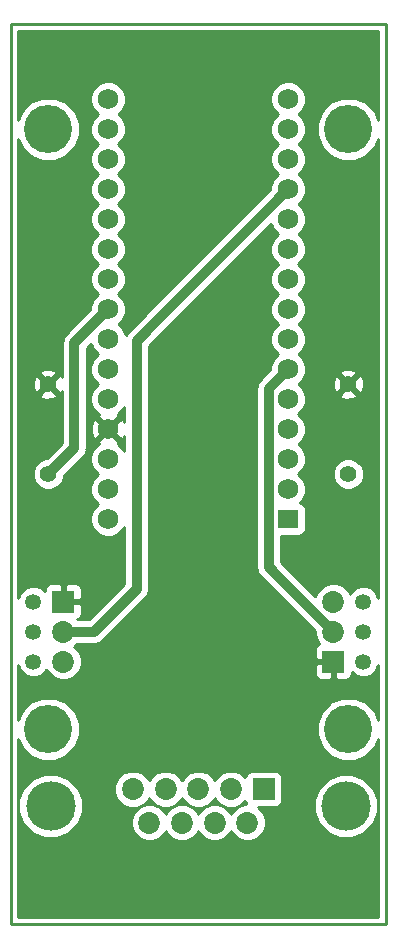
<source format=gtl>
G04 (created by PCBNEW-RS274X (2010-03-14)-final) date Wed 16 Feb 2011 04:18:36 PM PST*
G01*
G70*
G90*
%MOIN*%
G04 Gerber Fmt 3.4, Leading zero omitted, Abs format*
%FSLAX34Y34*%
G04 APERTURE LIST*
%ADD10C,0.006000*%
%ADD11C,0.009000*%
%ADD12C,0.073000*%
%ADD13R,0.073000X0.073000*%
%ADD14C,0.053000*%
%ADD15C,0.165000*%
%ADD16C,0.055000*%
%ADD17C,0.160000*%
%ADD18R,0.069000X0.060000*%
%ADD19C,0.069000*%
%ADD20C,0.032000*%
%ADD21C,0.010000*%
G04 APERTURE END LIST*
G54D10*
G54D11*
X59250Y-25000D02*
X46750Y-25000D01*
X59250Y-55000D02*
X59250Y-25000D01*
X46750Y-55000D02*
X59250Y-55000D01*
X46750Y-25000D02*
X46750Y-55000D01*
G54D12*
X48500Y-45250D03*
X48500Y-46250D03*
G54D13*
X48500Y-44250D03*
G54D14*
X47500Y-44250D03*
X47500Y-45250D03*
X47500Y-46250D03*
G54D12*
X57500Y-45250D03*
X57500Y-44250D03*
G54D13*
X57500Y-46250D03*
G54D14*
X58500Y-46250D03*
X58500Y-45250D03*
X58500Y-44250D03*
G54D12*
X53000Y-50500D03*
X51910Y-50500D03*
X50820Y-50500D03*
X54090Y-50500D03*
G54D13*
X55180Y-50500D03*
G54D12*
X54635Y-51620D03*
X53545Y-51620D03*
X52455Y-51620D03*
X51365Y-51620D03*
G54D15*
X48080Y-51060D03*
X57920Y-51060D03*
G54D16*
X58000Y-37000D03*
X58000Y-40000D03*
X48000Y-37000D03*
X48000Y-40000D03*
G54D17*
X58000Y-48500D03*
X48000Y-48500D03*
X58000Y-28500D03*
X48000Y-28500D03*
G54D18*
X56000Y-41500D03*
G54D19*
X56000Y-40500D03*
X56000Y-39500D03*
X56000Y-38500D03*
X56000Y-37500D03*
X56000Y-36500D03*
X56000Y-35500D03*
X56000Y-34500D03*
X56000Y-33500D03*
X56000Y-32500D03*
X56000Y-31500D03*
X56000Y-30500D03*
X56000Y-29500D03*
X56000Y-28500D03*
X56000Y-27500D03*
X50000Y-27500D03*
X50000Y-28500D03*
X50000Y-29500D03*
X50000Y-30500D03*
X50000Y-31500D03*
X50000Y-32500D03*
X50000Y-33500D03*
X50000Y-34500D03*
X50000Y-35500D03*
X50000Y-36500D03*
X50000Y-37500D03*
X50000Y-38500D03*
X50000Y-39500D03*
X50000Y-40500D03*
X50000Y-41500D03*
G54D20*
X49539Y-45250D02*
X48500Y-45250D01*
X50948Y-43841D02*
X49539Y-45250D01*
X50948Y-35552D02*
X50948Y-43841D01*
X56000Y-30500D02*
X50948Y-35552D01*
X55343Y-43093D02*
X57500Y-45250D01*
X55343Y-37157D02*
X55343Y-43093D01*
X56000Y-36500D02*
X55343Y-37157D01*
X48871Y-39129D02*
X48000Y-40000D01*
X48871Y-35629D02*
X48871Y-39129D01*
X50000Y-34500D02*
X48871Y-35629D01*
G54D21*
X55422Y-31657D02*
X55422Y-31657D01*
X55342Y-31737D02*
X55455Y-31737D01*
X55262Y-31817D02*
X55488Y-31817D01*
X55182Y-31897D02*
X55557Y-31897D01*
X55102Y-31977D02*
X55637Y-31977D01*
X55022Y-32057D02*
X55603Y-32057D01*
X54942Y-32137D02*
X55523Y-32137D01*
X54862Y-32217D02*
X55475Y-32217D01*
X54782Y-32297D02*
X55442Y-32297D01*
X54702Y-32377D02*
X55409Y-32377D01*
X54622Y-32457D02*
X55406Y-32457D01*
X54542Y-32537D02*
X55406Y-32537D01*
X54462Y-32617D02*
X55406Y-32617D01*
X54382Y-32697D02*
X55438Y-32697D01*
X54302Y-32777D02*
X55471Y-32777D01*
X54222Y-32857D02*
X55517Y-32857D01*
X54142Y-32937D02*
X55597Y-32937D01*
X54062Y-33017D02*
X55643Y-33017D01*
X53982Y-33097D02*
X55563Y-33097D01*
X53902Y-33177D02*
X55492Y-33177D01*
X53822Y-33257D02*
X55458Y-33257D01*
X53742Y-33337D02*
X55425Y-33337D01*
X53662Y-33417D02*
X55406Y-33417D01*
X53582Y-33497D02*
X55406Y-33497D01*
X53502Y-33577D02*
X55406Y-33577D01*
X53422Y-33657D02*
X55422Y-33657D01*
X53342Y-33737D02*
X55455Y-33737D01*
X53262Y-33817D02*
X55488Y-33817D01*
X53182Y-33897D02*
X55557Y-33897D01*
X53102Y-33977D02*
X55637Y-33977D01*
X53022Y-34057D02*
X55603Y-34057D01*
X52942Y-34137D02*
X55523Y-34137D01*
X52862Y-34217D02*
X55475Y-34217D01*
X52782Y-34297D02*
X55442Y-34297D01*
X52702Y-34377D02*
X55409Y-34377D01*
X52622Y-34457D02*
X55406Y-34457D01*
X52542Y-34537D02*
X55406Y-34537D01*
X52462Y-34617D02*
X55406Y-34617D01*
X52382Y-34697D02*
X55438Y-34697D01*
X52302Y-34777D02*
X55471Y-34777D01*
X52222Y-34857D02*
X55517Y-34857D01*
X52142Y-34937D02*
X55597Y-34937D01*
X52062Y-35017D02*
X55643Y-35017D01*
X51982Y-35097D02*
X55563Y-35097D01*
X51902Y-35177D02*
X55492Y-35177D01*
X51822Y-35257D02*
X55458Y-35257D01*
X51742Y-35337D02*
X55425Y-35337D01*
X51662Y-35417D02*
X55406Y-35417D01*
X51582Y-35497D02*
X55406Y-35497D01*
X51502Y-35577D02*
X55406Y-35577D01*
X51422Y-35657D02*
X55422Y-35657D01*
X51358Y-35737D02*
X55455Y-35737D01*
X51358Y-35817D02*
X55488Y-35817D01*
X51358Y-35897D02*
X55557Y-35897D01*
X51358Y-35977D02*
X55637Y-35977D01*
X51358Y-36057D02*
X55603Y-36057D01*
X51358Y-36137D02*
X55523Y-36137D01*
X51358Y-36217D02*
X55475Y-36217D01*
X51358Y-36297D02*
X55442Y-36297D01*
X51358Y-36377D02*
X55409Y-36377D01*
X51358Y-36457D02*
X55406Y-36457D01*
X51358Y-36537D02*
X55383Y-36537D01*
X51358Y-36617D02*
X55303Y-36617D01*
X51358Y-36697D02*
X55223Y-36697D01*
X51358Y-36777D02*
X55143Y-36777D01*
X51358Y-36857D02*
X55063Y-36857D01*
X51358Y-36937D02*
X55007Y-36937D01*
X51358Y-37017D02*
X54961Y-37017D01*
X51358Y-37097D02*
X54945Y-37097D01*
X51358Y-37177D02*
X54933Y-37177D01*
X51358Y-37257D02*
X54933Y-37257D01*
X51358Y-37337D02*
X54933Y-37337D01*
X51358Y-37417D02*
X54933Y-37417D01*
X51358Y-37497D02*
X54933Y-37497D01*
X51358Y-37577D02*
X54933Y-37577D01*
X51358Y-37657D02*
X54933Y-37657D01*
X51358Y-37737D02*
X54933Y-37737D01*
X51358Y-37817D02*
X54933Y-37817D01*
X51358Y-37897D02*
X54933Y-37897D01*
X51358Y-37977D02*
X54933Y-37977D01*
X51358Y-38057D02*
X54933Y-38057D01*
X51358Y-38137D02*
X54933Y-38137D01*
X51358Y-38217D02*
X54933Y-38217D01*
X51358Y-38297D02*
X54933Y-38297D01*
X51358Y-38377D02*
X54933Y-38377D01*
X51358Y-38457D02*
X54933Y-38457D01*
X51358Y-38537D02*
X54933Y-38537D01*
X51358Y-38617D02*
X54933Y-38617D01*
X51358Y-38697D02*
X54933Y-38697D01*
X51358Y-38777D02*
X54933Y-38777D01*
X51358Y-38857D02*
X54933Y-38857D01*
X51358Y-38937D02*
X54933Y-38937D01*
X51358Y-39017D02*
X54933Y-39017D01*
X51358Y-39097D02*
X54933Y-39097D01*
X51358Y-39177D02*
X54933Y-39177D01*
X51358Y-39257D02*
X54933Y-39257D01*
X51358Y-39337D02*
X54933Y-39337D01*
X51358Y-39417D02*
X54933Y-39417D01*
X51358Y-39497D02*
X54933Y-39497D01*
X51358Y-39577D02*
X54933Y-39577D01*
X51358Y-39657D02*
X54933Y-39657D01*
X51358Y-39737D02*
X54933Y-39737D01*
X51358Y-39817D02*
X54933Y-39817D01*
X51358Y-39897D02*
X54933Y-39897D01*
X51358Y-39977D02*
X54933Y-39977D01*
X51358Y-40057D02*
X54933Y-40057D01*
X51358Y-40137D02*
X54933Y-40137D01*
X51358Y-40217D02*
X54933Y-40217D01*
X51358Y-40297D02*
X54933Y-40297D01*
X51358Y-40377D02*
X54933Y-40377D01*
X51358Y-40457D02*
X54933Y-40457D01*
X51358Y-40537D02*
X54933Y-40537D01*
X51358Y-40617D02*
X54933Y-40617D01*
X51358Y-40697D02*
X54933Y-40697D01*
X51358Y-40777D02*
X54933Y-40777D01*
X51358Y-40857D02*
X54933Y-40857D01*
X51358Y-40937D02*
X54933Y-40937D01*
X51358Y-41017D02*
X54933Y-41017D01*
X51358Y-41097D02*
X54933Y-41097D01*
X51358Y-41177D02*
X54933Y-41177D01*
X51358Y-41257D02*
X54933Y-41257D01*
X51358Y-41337D02*
X54933Y-41337D01*
X51358Y-41417D02*
X54933Y-41417D01*
X51358Y-41497D02*
X54933Y-41497D01*
X51358Y-41577D02*
X54933Y-41577D01*
X51358Y-41657D02*
X54933Y-41657D01*
X51358Y-41737D02*
X54933Y-41737D01*
X51358Y-41817D02*
X54933Y-41817D01*
X51358Y-41897D02*
X54933Y-41897D01*
X51358Y-41977D02*
X54933Y-41977D01*
X51358Y-42057D02*
X54933Y-42057D01*
X51358Y-42137D02*
X54933Y-42137D01*
X51358Y-42217D02*
X54933Y-42217D01*
X51358Y-42297D02*
X54933Y-42297D01*
X51358Y-42377D02*
X54933Y-42377D01*
X51358Y-42457D02*
X54933Y-42457D01*
X51358Y-42537D02*
X54933Y-42537D01*
X51358Y-42617D02*
X54933Y-42617D01*
X51358Y-42697D02*
X54933Y-42697D01*
X51358Y-42777D02*
X54933Y-42777D01*
X51358Y-42857D02*
X54933Y-42857D01*
X51358Y-42937D02*
X54933Y-42937D01*
X51358Y-43017D02*
X54933Y-43017D01*
X51358Y-43097D02*
X54933Y-43097D01*
X51358Y-43177D02*
X54949Y-43177D01*
X51358Y-43257D02*
X54968Y-43257D01*
X51358Y-43337D02*
X55022Y-43337D01*
X51358Y-43417D02*
X55087Y-43417D01*
X51358Y-43497D02*
X55167Y-43497D01*
X51358Y-43577D02*
X55247Y-43577D01*
X51358Y-43657D02*
X55327Y-43657D01*
X51358Y-43737D02*
X55407Y-43737D01*
X51358Y-43817D02*
X55487Y-43817D01*
X51346Y-43897D02*
X55567Y-43897D01*
X51331Y-43977D02*
X55647Y-43977D01*
X51287Y-44057D02*
X55727Y-44057D01*
X51230Y-44137D02*
X55807Y-44137D01*
X51150Y-44217D02*
X55887Y-44217D01*
X51070Y-44297D02*
X55967Y-44297D01*
X50990Y-44377D02*
X56047Y-44377D01*
X50910Y-44457D02*
X56127Y-44457D01*
X50830Y-44537D02*
X56207Y-44537D01*
X50750Y-44617D02*
X56287Y-44617D01*
X50670Y-44697D02*
X56367Y-44697D01*
X50590Y-44777D02*
X56447Y-44777D01*
X50511Y-44857D02*
X56527Y-44857D01*
X50431Y-44937D02*
X56607Y-44937D01*
X50351Y-45017D02*
X56687Y-45017D01*
X50271Y-45097D02*
X56767Y-45097D01*
X50191Y-45177D02*
X56847Y-45177D01*
X50111Y-45257D02*
X56885Y-45257D01*
X50031Y-45337D02*
X56885Y-45337D01*
X49951Y-45417D02*
X56903Y-45417D01*
X49871Y-45497D02*
X56936Y-45497D01*
X49773Y-45577D02*
X56970Y-45577D01*
X49554Y-45657D02*
X57034Y-45657D01*
X48881Y-45737D02*
X56931Y-45737D01*
X48937Y-45817D02*
X56894Y-45817D01*
X49017Y-45897D02*
X56886Y-45897D01*
X49053Y-45977D02*
X56886Y-45977D01*
X49086Y-46057D02*
X56886Y-46057D01*
X49115Y-46137D02*
X56886Y-46137D01*
X49115Y-46217D02*
X57550Y-46217D01*
X49115Y-46297D02*
X57550Y-46297D01*
X46995Y-46377D02*
X46995Y-46377D01*
X49113Y-46377D02*
X56885Y-46377D01*
X57450Y-46377D02*
X57550Y-46377D01*
X59004Y-46377D02*
X59005Y-46377D01*
X46995Y-46457D02*
X47028Y-46457D01*
X49080Y-46457D02*
X56885Y-46457D01*
X57450Y-46457D02*
X57550Y-46457D01*
X58971Y-46457D02*
X59005Y-46457D01*
X46995Y-46537D02*
X47061Y-46537D01*
X47937Y-46537D02*
X47953Y-46537D01*
X49046Y-46537D02*
X56885Y-46537D01*
X57450Y-46537D02*
X57550Y-46537D01*
X58938Y-46537D02*
X59005Y-46537D01*
X46995Y-46617D02*
X47139Y-46617D01*
X47861Y-46617D02*
X47997Y-46617D01*
X49002Y-46617D02*
X56885Y-46617D01*
X57450Y-46617D02*
X57550Y-46617D01*
X58114Y-46617D02*
X58139Y-46617D01*
X58861Y-46617D02*
X59005Y-46617D01*
X46995Y-46697D02*
X47234Y-46697D01*
X47766Y-46697D02*
X48077Y-46697D01*
X48922Y-46697D02*
X56899Y-46697D01*
X57450Y-46697D02*
X57550Y-46697D01*
X58100Y-46697D02*
X58234Y-46697D01*
X58766Y-46697D02*
X59005Y-46697D01*
X46995Y-46777D02*
X48165Y-46777D01*
X48833Y-46777D02*
X56945Y-46777D01*
X57450Y-46777D02*
X57550Y-46777D01*
X58055Y-46777D02*
X59005Y-46777D01*
X46995Y-46857D02*
X48357Y-46857D01*
X48641Y-46857D02*
X57068Y-46857D01*
X57396Y-46857D02*
X57604Y-46857D01*
X57931Y-46857D02*
X59005Y-46857D01*
X46995Y-46937D02*
X59005Y-46937D01*
X46995Y-47017D02*
X59005Y-47017D01*
X46995Y-47097D02*
X59005Y-47097D01*
X46995Y-47177D02*
X59005Y-47177D01*
X46995Y-47257D02*
X59005Y-47257D01*
X46995Y-47337D02*
X59005Y-47337D01*
X46995Y-47417D02*
X59005Y-47417D01*
X46995Y-47497D02*
X47679Y-47497D01*
X48324Y-47497D02*
X57679Y-47497D01*
X58324Y-47497D02*
X59005Y-47497D01*
X46995Y-47577D02*
X47486Y-47577D01*
X48516Y-47577D02*
X57486Y-47577D01*
X58516Y-47577D02*
X59005Y-47577D01*
X46995Y-47657D02*
X47359Y-47657D01*
X48642Y-47657D02*
X57358Y-47657D01*
X58642Y-47657D02*
X59005Y-47657D01*
X46995Y-47737D02*
X47279Y-47737D01*
X48722Y-47737D02*
X57278Y-47737D01*
X58722Y-47737D02*
X59005Y-47737D01*
X46995Y-47817D02*
X47199Y-47817D01*
X48802Y-47817D02*
X57198Y-47817D01*
X58802Y-47817D02*
X59005Y-47817D01*
X46995Y-47897D02*
X47119Y-47897D01*
X48882Y-47897D02*
X57118Y-47897D01*
X58882Y-47897D02*
X59005Y-47897D01*
X46995Y-47977D02*
X47080Y-47977D01*
X48920Y-47977D02*
X57081Y-47977D01*
X58920Y-47977D02*
X59005Y-47977D01*
X46995Y-48057D02*
X47047Y-48057D01*
X48953Y-48057D02*
X57047Y-48057D01*
X58953Y-48057D02*
X59005Y-48057D01*
X46995Y-48137D02*
X47014Y-48137D01*
X48986Y-48137D02*
X57014Y-48137D01*
X58986Y-48137D02*
X59005Y-48137D01*
X49019Y-48217D02*
X56981Y-48217D01*
X49050Y-48297D02*
X56950Y-48297D01*
X49050Y-48377D02*
X56950Y-48377D01*
X49050Y-48457D02*
X56950Y-48457D01*
X49050Y-48537D02*
X56950Y-48537D01*
X49050Y-48617D02*
X56950Y-48617D01*
X49050Y-48697D02*
X56950Y-48697D01*
X49022Y-48777D02*
X56978Y-48777D01*
X46995Y-48857D02*
X47011Y-48857D01*
X48988Y-48857D02*
X57011Y-48857D01*
X58988Y-48857D02*
X59005Y-48857D01*
X46995Y-48937D02*
X47045Y-48937D01*
X48955Y-48937D02*
X57044Y-48937D01*
X58955Y-48937D02*
X59005Y-48937D01*
X46995Y-49017D02*
X47078Y-49017D01*
X48922Y-49017D02*
X57078Y-49017D01*
X58922Y-49017D02*
X59005Y-49017D01*
X46995Y-49097D02*
X47112Y-49097D01*
X48887Y-49097D02*
X57112Y-49097D01*
X58887Y-49097D02*
X59005Y-49097D01*
X46995Y-49177D02*
X47192Y-49177D01*
X48807Y-49177D02*
X57192Y-49177D01*
X58807Y-49177D02*
X59005Y-49177D01*
X46995Y-49257D02*
X47272Y-49257D01*
X48727Y-49257D02*
X57272Y-49257D01*
X58727Y-49257D02*
X59005Y-49257D01*
X46995Y-49337D02*
X47352Y-49337D01*
X48647Y-49337D02*
X57352Y-49337D01*
X58647Y-49337D02*
X59005Y-49337D01*
X46995Y-49417D02*
X47469Y-49417D01*
X48528Y-49417D02*
X57469Y-49417D01*
X58528Y-49417D02*
X59005Y-49417D01*
X46995Y-49497D02*
X47662Y-49497D01*
X48335Y-49497D02*
X57662Y-49497D01*
X58335Y-49497D02*
X59005Y-49497D01*
X46995Y-49577D02*
X59005Y-49577D01*
X46995Y-49657D02*
X59005Y-49657D01*
X46995Y-49737D02*
X59005Y-49737D01*
X46995Y-49817D02*
X59005Y-49817D01*
X46995Y-49897D02*
X50670Y-49897D01*
X50972Y-49897D02*
X51760Y-49897D01*
X52062Y-49897D02*
X52850Y-49897D01*
X53152Y-49897D02*
X53940Y-49897D01*
X54242Y-49897D02*
X54740Y-49897D01*
X55622Y-49897D02*
X59005Y-49897D01*
X46995Y-49977D02*
X50477Y-49977D01*
X51165Y-49977D02*
X51567Y-49977D01*
X52255Y-49977D02*
X52657Y-49977D01*
X53345Y-49977D02*
X53747Y-49977D01*
X54435Y-49977D02*
X54621Y-49977D01*
X55739Y-49977D02*
X59005Y-49977D01*
X46995Y-50057D02*
X47693Y-50057D01*
X48469Y-50057D02*
X50394Y-50057D01*
X51247Y-50057D02*
X51484Y-50057D01*
X52337Y-50057D02*
X52574Y-50057D01*
X53427Y-50057D02*
X53664Y-50057D01*
X54517Y-50057D02*
X54578Y-50057D01*
X55783Y-50057D02*
X57533Y-50057D01*
X58309Y-50057D02*
X59005Y-50057D01*
X46995Y-50137D02*
X47499Y-50137D01*
X48662Y-50137D02*
X50314Y-50137D01*
X51327Y-50137D02*
X51404Y-50137D01*
X52417Y-50137D02*
X52494Y-50137D01*
X53507Y-50137D02*
X53584Y-50137D01*
X55794Y-50137D02*
X57339Y-50137D01*
X58502Y-50137D02*
X59005Y-50137D01*
X46995Y-50217D02*
X47403Y-50217D01*
X48758Y-50217D02*
X50272Y-50217D01*
X55794Y-50217D02*
X57243Y-50217D01*
X58598Y-50217D02*
X59005Y-50217D01*
X46995Y-50297D02*
X47323Y-50297D01*
X48838Y-50297D02*
X50239Y-50297D01*
X55794Y-50297D02*
X57163Y-50297D01*
X58678Y-50297D02*
X59005Y-50297D01*
X46995Y-50377D02*
X47243Y-50377D01*
X48918Y-50377D02*
X50205Y-50377D01*
X55794Y-50377D02*
X57083Y-50377D01*
X58758Y-50377D02*
X59005Y-50377D01*
X46995Y-50457D02*
X47167Y-50457D01*
X48995Y-50457D02*
X50205Y-50457D01*
X55794Y-50457D02*
X57007Y-50457D01*
X58835Y-50457D02*
X59005Y-50457D01*
X46995Y-50537D02*
X47133Y-50537D01*
X49028Y-50537D02*
X50205Y-50537D01*
X55794Y-50537D02*
X56973Y-50537D01*
X58868Y-50537D02*
X59005Y-50537D01*
X46995Y-50617D02*
X47100Y-50617D01*
X49061Y-50617D02*
X50205Y-50617D01*
X55794Y-50617D02*
X56940Y-50617D01*
X58901Y-50617D02*
X59005Y-50617D01*
X46995Y-50697D02*
X47067Y-50697D01*
X49094Y-50697D02*
X50236Y-50697D01*
X55794Y-50697D02*
X56907Y-50697D01*
X58934Y-50697D02*
X59005Y-50697D01*
X46995Y-50777D02*
X47034Y-50777D01*
X49127Y-50777D02*
X50269Y-50777D01*
X55794Y-50777D02*
X56874Y-50777D01*
X58967Y-50777D02*
X59005Y-50777D01*
X46995Y-50857D02*
X47005Y-50857D01*
X49155Y-50857D02*
X50307Y-50857D01*
X51332Y-50857D02*
X51397Y-50857D01*
X52422Y-50857D02*
X52487Y-50857D01*
X53512Y-50857D02*
X53577Y-50857D01*
X55794Y-50857D02*
X56845Y-50857D01*
X58995Y-50857D02*
X59005Y-50857D01*
X46995Y-50937D02*
X47005Y-50937D01*
X49155Y-50937D02*
X50387Y-50937D01*
X51252Y-50937D02*
X51477Y-50937D01*
X52342Y-50937D02*
X52567Y-50937D01*
X53432Y-50937D02*
X53657Y-50937D01*
X54522Y-50937D02*
X54575Y-50937D01*
X55784Y-50937D02*
X56845Y-50937D01*
X58995Y-50937D02*
X59005Y-50937D01*
X46995Y-51017D02*
X47005Y-51017D01*
X49155Y-51017D02*
X50467Y-51017D01*
X51172Y-51017D02*
X51215Y-51017D01*
X51517Y-51017D02*
X51557Y-51017D01*
X52262Y-51017D02*
X52305Y-51017D01*
X52607Y-51017D02*
X52647Y-51017D01*
X53352Y-51017D02*
X53395Y-51017D01*
X53697Y-51017D02*
X53737Y-51017D01*
X54442Y-51017D02*
X54485Y-51017D01*
X55745Y-51017D02*
X56845Y-51017D01*
X58995Y-51017D02*
X59005Y-51017D01*
X46995Y-51097D02*
X47005Y-51097D01*
X49155Y-51097D02*
X50653Y-51097D01*
X50985Y-51097D02*
X51022Y-51097D01*
X51710Y-51097D02*
X51743Y-51097D01*
X52075Y-51097D02*
X52112Y-51097D01*
X52800Y-51097D02*
X52833Y-51097D01*
X53165Y-51097D02*
X53202Y-51097D01*
X53890Y-51097D02*
X53923Y-51097D01*
X54255Y-51097D02*
X54292Y-51097D01*
X55635Y-51097D02*
X56845Y-51097D01*
X58995Y-51097D02*
X59005Y-51097D01*
X46995Y-51177D02*
X47005Y-51177D01*
X49155Y-51177D02*
X50939Y-51177D01*
X51792Y-51177D02*
X52029Y-51177D01*
X52882Y-51177D02*
X53119Y-51177D01*
X53972Y-51177D02*
X54209Y-51177D01*
X55061Y-51177D02*
X56845Y-51177D01*
X58995Y-51177D02*
X59005Y-51177D01*
X46995Y-51257D02*
X47005Y-51257D01*
X49155Y-51257D02*
X50859Y-51257D01*
X51872Y-51257D02*
X51949Y-51257D01*
X52962Y-51257D02*
X53039Y-51257D01*
X54052Y-51257D02*
X54129Y-51257D01*
X55141Y-51257D02*
X56845Y-51257D01*
X58995Y-51257D02*
X59005Y-51257D01*
X46995Y-51337D02*
X47031Y-51337D01*
X49129Y-51337D02*
X50817Y-51337D01*
X55184Y-51337D02*
X56871Y-51337D01*
X58969Y-51337D02*
X59005Y-51337D01*
X46995Y-51417D02*
X47064Y-51417D01*
X49096Y-51417D02*
X50784Y-51417D01*
X55217Y-51417D02*
X56904Y-51417D01*
X58936Y-51417D02*
X59005Y-51417D01*
X46995Y-51497D02*
X47097Y-51497D01*
X49062Y-51497D02*
X50750Y-51497D01*
X55250Y-51497D02*
X56937Y-51497D01*
X58902Y-51497D02*
X59005Y-51497D01*
X46995Y-51577D02*
X47130Y-51577D01*
X49029Y-51577D02*
X50750Y-51577D01*
X55250Y-51577D02*
X56970Y-51577D01*
X58869Y-51577D02*
X59005Y-51577D01*
X46995Y-51657D02*
X47163Y-51657D01*
X48996Y-51657D02*
X50750Y-51657D01*
X55250Y-51657D02*
X57003Y-51657D01*
X58836Y-51657D02*
X59005Y-51657D01*
X46995Y-51737D02*
X47236Y-51737D01*
X48923Y-51737D02*
X50750Y-51737D01*
X55250Y-51737D02*
X57076Y-51737D01*
X58763Y-51737D02*
X59005Y-51737D01*
X46995Y-51817D02*
X47316Y-51817D01*
X48843Y-51817D02*
X50781Y-51817D01*
X55219Y-51817D02*
X57156Y-51817D01*
X58683Y-51817D02*
X59005Y-51817D01*
X46995Y-51897D02*
X47396Y-51897D01*
X48763Y-51897D02*
X50814Y-51897D01*
X55185Y-51897D02*
X57236Y-51897D01*
X58603Y-51897D02*
X59005Y-51897D01*
X46995Y-51977D02*
X47484Y-51977D01*
X48675Y-51977D02*
X50852Y-51977D01*
X51877Y-51977D02*
X51942Y-51977D01*
X52967Y-51977D02*
X53032Y-51977D01*
X54057Y-51977D02*
X54122Y-51977D01*
X55147Y-51977D02*
X57324Y-51977D01*
X58515Y-51977D02*
X59005Y-51977D01*
X46995Y-52057D02*
X47677Y-52057D01*
X48482Y-52057D02*
X50932Y-52057D01*
X51797Y-52057D02*
X52022Y-52057D01*
X52887Y-52057D02*
X53112Y-52057D01*
X53977Y-52057D02*
X54202Y-52057D01*
X55067Y-52057D02*
X57517Y-52057D01*
X58322Y-52057D02*
X59005Y-52057D01*
X46995Y-52137D02*
X51012Y-52137D01*
X51717Y-52137D02*
X52102Y-52137D01*
X52807Y-52137D02*
X53192Y-52137D01*
X53897Y-52137D02*
X54282Y-52137D01*
X54987Y-52137D02*
X59005Y-52137D01*
X46995Y-52217D02*
X51198Y-52217D01*
X51530Y-52217D02*
X52288Y-52217D01*
X52620Y-52217D02*
X53378Y-52217D01*
X53710Y-52217D02*
X54468Y-52217D01*
X54800Y-52217D02*
X59005Y-52217D01*
X46995Y-52297D02*
X59005Y-52297D01*
X46995Y-52377D02*
X59005Y-52377D01*
X46995Y-52457D02*
X59005Y-52457D01*
X46995Y-52537D02*
X59005Y-52537D01*
X46995Y-52617D02*
X59005Y-52617D01*
X46995Y-52697D02*
X59005Y-52697D01*
X46995Y-52777D02*
X59005Y-52777D01*
X46995Y-52857D02*
X59005Y-52857D01*
X46995Y-52937D02*
X59005Y-52937D01*
X46995Y-53017D02*
X59005Y-53017D01*
X46995Y-53097D02*
X59005Y-53097D01*
X46995Y-53177D02*
X59005Y-53177D01*
X46995Y-53257D02*
X59005Y-53257D01*
X46995Y-53337D02*
X59005Y-53337D01*
X46995Y-53417D02*
X59005Y-53417D01*
X46995Y-53497D02*
X59005Y-53497D01*
X46995Y-53577D02*
X59005Y-53577D01*
X46995Y-53657D02*
X59005Y-53657D01*
X46995Y-53737D02*
X59005Y-53737D01*
X46995Y-53817D02*
X59005Y-53817D01*
X46995Y-53897D02*
X59005Y-53897D01*
X46995Y-53977D02*
X59005Y-53977D01*
X46995Y-54057D02*
X59005Y-54057D01*
X46995Y-54137D02*
X59005Y-54137D01*
X46995Y-54217D02*
X59005Y-54217D01*
X46995Y-54297D02*
X59005Y-54297D01*
X46995Y-54377D02*
X59005Y-54377D01*
X46995Y-54457D02*
X59005Y-54457D01*
X46995Y-54537D02*
X59005Y-54537D01*
X46995Y-54617D02*
X59005Y-54617D01*
X46995Y-54697D02*
X59005Y-54697D01*
X46995Y-25245D02*
X59005Y-25245D01*
X46995Y-25325D02*
X59005Y-25325D01*
X46995Y-25405D02*
X59005Y-25405D01*
X46995Y-25485D02*
X59005Y-25485D01*
X46995Y-25565D02*
X59005Y-25565D01*
X46995Y-25645D02*
X59005Y-25645D01*
X46995Y-25725D02*
X59005Y-25725D01*
X46995Y-25805D02*
X59005Y-25805D01*
X46995Y-25885D02*
X59005Y-25885D01*
X46995Y-25965D02*
X59005Y-25965D01*
X46995Y-26045D02*
X59005Y-26045D01*
X46995Y-26125D02*
X59005Y-26125D01*
X46995Y-26205D02*
X59005Y-26205D01*
X46995Y-26285D02*
X59005Y-26285D01*
X46995Y-26365D02*
X59005Y-26365D01*
X46995Y-26445D02*
X59005Y-26445D01*
X46995Y-26525D02*
X59005Y-26525D01*
X46995Y-26605D02*
X59005Y-26605D01*
X46995Y-26685D02*
X59005Y-26685D01*
X46995Y-26765D02*
X59005Y-26765D01*
X46995Y-26845D02*
X59005Y-26845D01*
X46995Y-26925D02*
X49836Y-26925D01*
X50164Y-26925D02*
X55836Y-26925D01*
X56164Y-26925D02*
X59005Y-26925D01*
X46995Y-27005D02*
X49655Y-27005D01*
X50345Y-27005D02*
X55655Y-27005D01*
X56345Y-27005D02*
X59005Y-27005D01*
X46995Y-27085D02*
X49575Y-27085D01*
X50425Y-27085D02*
X55575Y-27085D01*
X56425Y-27085D02*
X59005Y-27085D01*
X46995Y-27165D02*
X49497Y-27165D01*
X50505Y-27165D02*
X55497Y-27165D01*
X56505Y-27165D02*
X59005Y-27165D01*
X46995Y-27245D02*
X49463Y-27245D01*
X50538Y-27245D02*
X55463Y-27245D01*
X56538Y-27245D02*
X59005Y-27245D01*
X46995Y-27325D02*
X49430Y-27325D01*
X50571Y-27325D02*
X55430Y-27325D01*
X56571Y-27325D02*
X59005Y-27325D01*
X46995Y-27405D02*
X49406Y-27405D01*
X50594Y-27405D02*
X55406Y-27405D01*
X56594Y-27405D02*
X59005Y-27405D01*
X46995Y-27485D02*
X47708Y-27485D01*
X48295Y-27485D02*
X49406Y-27485D01*
X50594Y-27485D02*
X55406Y-27485D01*
X56594Y-27485D02*
X57708Y-27485D01*
X58295Y-27485D02*
X59005Y-27485D01*
X46995Y-27565D02*
X47515Y-27565D01*
X48487Y-27565D02*
X49406Y-27565D01*
X50594Y-27565D02*
X55406Y-27565D01*
X56594Y-27565D02*
X57515Y-27565D01*
X58487Y-27565D02*
X59005Y-27565D01*
X46995Y-27645D02*
X47371Y-27645D01*
X48630Y-27645D02*
X49417Y-27645D01*
X50582Y-27645D02*
X55417Y-27645D01*
X56582Y-27645D02*
X57371Y-27645D01*
X58630Y-27645D02*
X59005Y-27645D01*
X46995Y-27725D02*
X47291Y-27725D01*
X48710Y-27725D02*
X49450Y-27725D01*
X50549Y-27725D02*
X55450Y-27725D01*
X56549Y-27725D02*
X57291Y-27725D01*
X58710Y-27725D02*
X59005Y-27725D01*
X46995Y-27805D02*
X47211Y-27805D01*
X48790Y-27805D02*
X49483Y-27805D01*
X50516Y-27805D02*
X55483Y-27805D01*
X56516Y-27805D02*
X57211Y-27805D01*
X58790Y-27805D02*
X59005Y-27805D01*
X46995Y-27885D02*
X47131Y-27885D01*
X48870Y-27885D02*
X49544Y-27885D01*
X50454Y-27885D02*
X55545Y-27885D01*
X56454Y-27885D02*
X57131Y-27885D01*
X58870Y-27885D02*
X59005Y-27885D01*
X46995Y-27965D02*
X47085Y-27965D01*
X48915Y-27965D02*
X49624Y-27965D01*
X50374Y-27965D02*
X55625Y-27965D01*
X56374Y-27965D02*
X57086Y-27965D01*
X58915Y-27965D02*
X59005Y-27965D01*
X46995Y-28045D02*
X47052Y-28045D01*
X48948Y-28045D02*
X49615Y-28045D01*
X50386Y-28045D02*
X55615Y-28045D01*
X56386Y-28045D02*
X57052Y-28045D01*
X58948Y-28045D02*
X59005Y-28045D01*
X46995Y-28125D02*
X47019Y-28125D01*
X48981Y-28125D02*
X49535Y-28125D01*
X50466Y-28125D02*
X55535Y-28125D01*
X56466Y-28125D02*
X57019Y-28125D01*
X58981Y-28125D02*
X59005Y-28125D01*
X49014Y-28205D02*
X49480Y-28205D01*
X50521Y-28205D02*
X55480Y-28205D01*
X56521Y-28205D02*
X56986Y-28205D01*
X49048Y-28285D02*
X49447Y-28285D01*
X50554Y-28285D02*
X55447Y-28285D01*
X56554Y-28285D02*
X56953Y-28285D01*
X49050Y-28365D02*
X49414Y-28365D01*
X50587Y-28365D02*
X55414Y-28365D01*
X56587Y-28365D02*
X56950Y-28365D01*
X49050Y-28445D02*
X49406Y-28445D01*
X50594Y-28445D02*
X55406Y-28445D01*
X56594Y-28445D02*
X56950Y-28445D01*
X49050Y-28525D02*
X49406Y-28525D01*
X50594Y-28525D02*
X55406Y-28525D01*
X56594Y-28525D02*
X56950Y-28525D01*
X49050Y-28605D02*
X49406Y-28605D01*
X50594Y-28605D02*
X55406Y-28605D01*
X56594Y-28605D02*
X56950Y-28605D01*
X49050Y-28685D02*
X49433Y-28685D01*
X50566Y-28685D02*
X55433Y-28685D01*
X56566Y-28685D02*
X56950Y-28685D01*
X49027Y-28765D02*
X49466Y-28765D01*
X50532Y-28765D02*
X55466Y-28765D01*
X56532Y-28765D02*
X56973Y-28765D01*
X46995Y-28845D02*
X47006Y-28845D01*
X48993Y-28845D02*
X49505Y-28845D01*
X50494Y-28845D02*
X55505Y-28845D01*
X56495Y-28845D02*
X57006Y-28845D01*
X58993Y-28845D02*
X59005Y-28845D01*
X46995Y-28925D02*
X47040Y-28925D01*
X48960Y-28925D02*
X49585Y-28925D01*
X50414Y-28925D02*
X55585Y-28925D01*
X56415Y-28925D02*
X57039Y-28925D01*
X58960Y-28925D02*
X59005Y-28925D01*
X46995Y-29005D02*
X47073Y-29005D01*
X48927Y-29005D02*
X49655Y-29005D01*
X50345Y-29005D02*
X55655Y-29005D01*
X56345Y-29005D02*
X57073Y-29005D01*
X58927Y-29005D02*
X59005Y-29005D01*
X46995Y-29085D02*
X47106Y-29085D01*
X48894Y-29085D02*
X49575Y-29085D01*
X50425Y-29085D02*
X55575Y-29085D01*
X56425Y-29085D02*
X57106Y-29085D01*
X58894Y-29085D02*
X59005Y-29085D01*
X46995Y-29165D02*
X47180Y-29165D01*
X48819Y-29165D02*
X49497Y-29165D01*
X50505Y-29165D02*
X55497Y-29165D01*
X56505Y-29165D02*
X57180Y-29165D01*
X58819Y-29165D02*
X59005Y-29165D01*
X46995Y-29245D02*
X47260Y-29245D01*
X48739Y-29245D02*
X49463Y-29245D01*
X50538Y-29245D02*
X55463Y-29245D01*
X56538Y-29245D02*
X57260Y-29245D01*
X58739Y-29245D02*
X59005Y-29245D01*
X46995Y-29325D02*
X47340Y-29325D01*
X48659Y-29325D02*
X49430Y-29325D01*
X50571Y-29325D02*
X55430Y-29325D01*
X56571Y-29325D02*
X57340Y-29325D01*
X58659Y-29325D02*
X59005Y-29325D01*
X46995Y-29405D02*
X47441Y-29405D01*
X48557Y-29405D02*
X49406Y-29405D01*
X50594Y-29405D02*
X55406Y-29405D01*
X56594Y-29405D02*
X57441Y-29405D01*
X58557Y-29405D02*
X59005Y-29405D01*
X46995Y-29485D02*
X47633Y-29485D01*
X48364Y-29485D02*
X49406Y-29485D01*
X50594Y-29485D02*
X55406Y-29485D01*
X56594Y-29485D02*
X57633Y-29485D01*
X58364Y-29485D02*
X59005Y-29485D01*
X46995Y-29565D02*
X49406Y-29565D01*
X50594Y-29565D02*
X55406Y-29565D01*
X56594Y-29565D02*
X59005Y-29565D01*
X46995Y-29645D02*
X49417Y-29645D01*
X50582Y-29645D02*
X55417Y-29645D01*
X56582Y-29645D02*
X59005Y-29645D01*
X46995Y-29725D02*
X49450Y-29725D01*
X50549Y-29725D02*
X55450Y-29725D01*
X56549Y-29725D02*
X59005Y-29725D01*
X46995Y-29805D02*
X49483Y-29805D01*
X50516Y-29805D02*
X55483Y-29805D01*
X56516Y-29805D02*
X59005Y-29805D01*
X46995Y-29885D02*
X49545Y-29885D01*
X50454Y-29885D02*
X55545Y-29885D01*
X56454Y-29885D02*
X59005Y-29885D01*
X46995Y-29965D02*
X49625Y-29965D01*
X50373Y-29965D02*
X55625Y-29965D01*
X56374Y-29965D02*
X59005Y-29965D01*
X46995Y-30045D02*
X49614Y-30045D01*
X50385Y-30045D02*
X55615Y-30045D01*
X56386Y-30045D02*
X59005Y-30045D01*
X46995Y-30125D02*
X49535Y-30125D01*
X50465Y-30125D02*
X55535Y-30125D01*
X56466Y-30125D02*
X59005Y-30125D01*
X46995Y-30205D02*
X49480Y-30205D01*
X50521Y-30205D02*
X55480Y-30205D01*
X56521Y-30205D02*
X59005Y-30205D01*
X46995Y-30285D02*
X49447Y-30285D01*
X50554Y-30285D02*
X55447Y-30285D01*
X56554Y-30285D02*
X59005Y-30285D01*
X46995Y-30365D02*
X49414Y-30365D01*
X50587Y-30365D02*
X55414Y-30365D01*
X56587Y-30365D02*
X59005Y-30365D01*
X46995Y-30445D02*
X49406Y-30445D01*
X50594Y-30445D02*
X55406Y-30445D01*
X56594Y-30445D02*
X59005Y-30445D01*
X46995Y-30525D02*
X49406Y-30525D01*
X50594Y-30525D02*
X55395Y-30525D01*
X56594Y-30525D02*
X59005Y-30525D01*
X46995Y-30605D02*
X49406Y-30605D01*
X50594Y-30605D02*
X55315Y-30605D01*
X56594Y-30605D02*
X59005Y-30605D01*
X46995Y-30685D02*
X49433Y-30685D01*
X50566Y-30685D02*
X55235Y-30685D01*
X56566Y-30685D02*
X59005Y-30685D01*
X46995Y-30765D02*
X49466Y-30765D01*
X50532Y-30765D02*
X55155Y-30765D01*
X56532Y-30765D02*
X59005Y-30765D01*
X46995Y-30845D02*
X49504Y-30845D01*
X50494Y-30845D02*
X55075Y-30845D01*
X56494Y-30845D02*
X59005Y-30845D01*
X46995Y-30925D02*
X49584Y-30925D01*
X50413Y-30925D02*
X54995Y-30925D01*
X56414Y-30925D02*
X59005Y-30925D01*
X46995Y-31005D02*
X49655Y-31005D01*
X50345Y-31005D02*
X54915Y-31005D01*
X56346Y-31005D02*
X59005Y-31005D01*
X46995Y-31085D02*
X49575Y-31085D01*
X50425Y-31085D02*
X54835Y-31085D01*
X56426Y-31085D02*
X59005Y-31085D01*
X46995Y-31165D02*
X49497Y-31165D01*
X50505Y-31165D02*
X54755Y-31165D01*
X56505Y-31165D02*
X59005Y-31165D01*
X46995Y-31245D02*
X49463Y-31245D01*
X50538Y-31245D02*
X54675Y-31245D01*
X56538Y-31245D02*
X59005Y-31245D01*
X46995Y-31325D02*
X49430Y-31325D01*
X50571Y-31325D02*
X54595Y-31325D01*
X56571Y-31325D02*
X59005Y-31325D01*
X46995Y-31405D02*
X49406Y-31405D01*
X50594Y-31405D02*
X54515Y-31405D01*
X56594Y-31405D02*
X59005Y-31405D01*
X46995Y-31485D02*
X49406Y-31485D01*
X50594Y-31485D02*
X54435Y-31485D01*
X56594Y-31485D02*
X59005Y-31485D01*
X46995Y-31565D02*
X49406Y-31565D01*
X50594Y-31565D02*
X54355Y-31565D01*
X56594Y-31565D02*
X59005Y-31565D01*
X46995Y-31645D02*
X49417Y-31645D01*
X50582Y-31645D02*
X54275Y-31645D01*
X56582Y-31645D02*
X59005Y-31645D01*
X46995Y-31725D02*
X49450Y-31725D01*
X50549Y-31725D02*
X54195Y-31725D01*
X56549Y-31725D02*
X59005Y-31725D01*
X46995Y-31805D02*
X49483Y-31805D01*
X50516Y-31805D02*
X54115Y-31805D01*
X56516Y-31805D02*
X59005Y-31805D01*
X46995Y-31885D02*
X49544Y-31885D01*
X50454Y-31885D02*
X54035Y-31885D01*
X56454Y-31885D02*
X59005Y-31885D01*
X46995Y-31965D02*
X49624Y-31965D01*
X50374Y-31965D02*
X53955Y-31965D01*
X56374Y-31965D02*
X59005Y-31965D01*
X46995Y-32045D02*
X49615Y-32045D01*
X50385Y-32045D02*
X53875Y-32045D01*
X56386Y-32045D02*
X59005Y-32045D01*
X46995Y-32125D02*
X49535Y-32125D01*
X50465Y-32125D02*
X53795Y-32125D01*
X56466Y-32125D02*
X59005Y-32125D01*
X46995Y-32205D02*
X49480Y-32205D01*
X50521Y-32205D02*
X53715Y-32205D01*
X56521Y-32205D02*
X59005Y-32205D01*
X46995Y-32285D02*
X49447Y-32285D01*
X50554Y-32285D02*
X53635Y-32285D01*
X56554Y-32285D02*
X59005Y-32285D01*
X46995Y-32365D02*
X49414Y-32365D01*
X50587Y-32365D02*
X53555Y-32365D01*
X56587Y-32365D02*
X59005Y-32365D01*
X46995Y-32445D02*
X49406Y-32445D01*
X50594Y-32445D02*
X53475Y-32445D01*
X56594Y-32445D02*
X59005Y-32445D01*
X46995Y-32525D02*
X49406Y-32525D01*
X50594Y-32525D02*
X53395Y-32525D01*
X56594Y-32525D02*
X59005Y-32525D01*
X46995Y-32605D02*
X49406Y-32605D01*
X50594Y-32605D02*
X53315Y-32605D01*
X56594Y-32605D02*
X59005Y-32605D01*
X46995Y-32685D02*
X49433Y-32685D01*
X50566Y-32685D02*
X53235Y-32685D01*
X56566Y-32685D02*
X59005Y-32685D01*
X46995Y-32765D02*
X49466Y-32765D01*
X50532Y-32765D02*
X53155Y-32765D01*
X56532Y-32765D02*
X59005Y-32765D01*
X46995Y-32845D02*
X49504Y-32845D01*
X50494Y-32845D02*
X53075Y-32845D01*
X56494Y-32845D02*
X59005Y-32845D01*
X46995Y-32925D02*
X49584Y-32925D01*
X50414Y-32925D02*
X52995Y-32925D01*
X56413Y-32925D02*
X59005Y-32925D01*
X46995Y-33005D02*
X49655Y-33005D01*
X50345Y-33005D02*
X52915Y-33005D01*
X56345Y-33005D02*
X59005Y-33005D01*
X46995Y-33085D02*
X49575Y-33085D01*
X50425Y-33085D02*
X52835Y-33085D01*
X56425Y-33085D02*
X59005Y-33085D01*
X46995Y-33165D02*
X49497Y-33165D01*
X50505Y-33165D02*
X52755Y-33165D01*
X56505Y-33165D02*
X59005Y-33165D01*
X46995Y-33245D02*
X49463Y-33245D01*
X50538Y-33245D02*
X52675Y-33245D01*
X56538Y-33245D02*
X59005Y-33245D01*
X46995Y-33325D02*
X49430Y-33325D01*
X50571Y-33325D02*
X52595Y-33325D01*
X56571Y-33325D02*
X59005Y-33325D01*
X46995Y-33405D02*
X49406Y-33405D01*
X50594Y-33405D02*
X52515Y-33405D01*
X56594Y-33405D02*
X59005Y-33405D01*
X46995Y-33485D02*
X49406Y-33485D01*
X50594Y-33485D02*
X52435Y-33485D01*
X56594Y-33485D02*
X59005Y-33485D01*
X46995Y-33565D02*
X49406Y-33565D01*
X50594Y-33565D02*
X52355Y-33565D01*
X56594Y-33565D02*
X59005Y-33565D01*
X46995Y-33645D02*
X49417Y-33645D01*
X50582Y-33645D02*
X52275Y-33645D01*
X56582Y-33645D02*
X59005Y-33645D01*
X46995Y-33725D02*
X49450Y-33725D01*
X50549Y-33725D02*
X52195Y-33725D01*
X56549Y-33725D02*
X59005Y-33725D01*
X46995Y-33805D02*
X49483Y-33805D01*
X50516Y-33805D02*
X52115Y-33805D01*
X56516Y-33805D02*
X59005Y-33805D01*
X46995Y-33885D02*
X49545Y-33885D01*
X50454Y-33885D02*
X52035Y-33885D01*
X56455Y-33885D02*
X59005Y-33885D01*
X46995Y-33965D02*
X49625Y-33965D01*
X50374Y-33965D02*
X51955Y-33965D01*
X56375Y-33965D02*
X59005Y-33965D01*
X46995Y-34045D02*
X49615Y-34045D01*
X50385Y-34045D02*
X51875Y-34045D01*
X56385Y-34045D02*
X59005Y-34045D01*
X46995Y-34125D02*
X49535Y-34125D01*
X50465Y-34125D02*
X51795Y-34125D01*
X56465Y-34125D02*
X59005Y-34125D01*
X46995Y-34205D02*
X49480Y-34205D01*
X50521Y-34205D02*
X51715Y-34205D01*
X56521Y-34205D02*
X59005Y-34205D01*
X46995Y-34285D02*
X49447Y-34285D01*
X50554Y-34285D02*
X51635Y-34285D01*
X56554Y-34285D02*
X59005Y-34285D01*
X46995Y-34365D02*
X49414Y-34365D01*
X50587Y-34365D02*
X51555Y-34365D01*
X56587Y-34365D02*
X59005Y-34365D01*
X46995Y-34445D02*
X49406Y-34445D01*
X50594Y-34445D02*
X51475Y-34445D01*
X56594Y-34445D02*
X59005Y-34445D01*
X46995Y-34525D02*
X49395Y-34525D01*
X50594Y-34525D02*
X51395Y-34525D01*
X56594Y-34525D02*
X59005Y-34525D01*
X46995Y-34605D02*
X49315Y-34605D01*
X50594Y-34605D02*
X51315Y-34605D01*
X56594Y-34605D02*
X59005Y-34605D01*
X46995Y-34685D02*
X49235Y-34685D01*
X50566Y-34685D02*
X51235Y-34685D01*
X56566Y-34685D02*
X59005Y-34685D01*
X46995Y-34765D02*
X49155Y-34765D01*
X50532Y-34765D02*
X51155Y-34765D01*
X56532Y-34765D02*
X59005Y-34765D01*
X46995Y-34845D02*
X49075Y-34845D01*
X50495Y-34845D02*
X51075Y-34845D01*
X56495Y-34845D02*
X59005Y-34845D01*
X46995Y-34925D02*
X48995Y-34925D01*
X50415Y-34925D02*
X50995Y-34925D01*
X56415Y-34925D02*
X59005Y-34925D01*
X46995Y-35005D02*
X48915Y-35005D01*
X50345Y-35005D02*
X50915Y-35005D01*
X56345Y-35005D02*
X59005Y-35005D01*
X46995Y-35085D02*
X48835Y-35085D01*
X50425Y-35085D02*
X50835Y-35085D01*
X56425Y-35085D02*
X59005Y-35085D01*
X46995Y-35165D02*
X48755Y-35165D01*
X50505Y-35165D02*
X50755Y-35165D01*
X56505Y-35165D02*
X59005Y-35165D01*
X46995Y-35245D02*
X48675Y-35245D01*
X50538Y-35245D02*
X50675Y-35245D01*
X56538Y-35245D02*
X59005Y-35245D01*
X46995Y-35325D02*
X48595Y-35325D01*
X50571Y-35325D02*
X50615Y-35325D01*
X56571Y-35325D02*
X59005Y-35325D01*
X46995Y-35405D02*
X48537Y-35405D01*
X56594Y-35405D02*
X59005Y-35405D01*
X46995Y-35485D02*
X48490Y-35485D01*
X56594Y-35485D02*
X59005Y-35485D01*
X46995Y-35565D02*
X48474Y-35565D01*
X56594Y-35565D02*
X59005Y-35565D01*
X46995Y-35645D02*
X48461Y-35645D01*
X56582Y-35645D02*
X59005Y-35645D01*
X46995Y-35725D02*
X48461Y-35725D01*
X49354Y-35725D02*
X49450Y-35725D01*
X56549Y-35725D02*
X59005Y-35725D01*
X46995Y-35805D02*
X48461Y-35805D01*
X49281Y-35805D02*
X49483Y-35805D01*
X56516Y-35805D02*
X59005Y-35805D01*
X46995Y-35885D02*
X48461Y-35885D01*
X49281Y-35885D02*
X49544Y-35885D01*
X56454Y-35885D02*
X59005Y-35885D01*
X46995Y-35965D02*
X48461Y-35965D01*
X49281Y-35965D02*
X49624Y-35965D01*
X56374Y-35965D02*
X59005Y-35965D01*
X46995Y-36045D02*
X48461Y-36045D01*
X49281Y-36045D02*
X49615Y-36045D01*
X56386Y-36045D02*
X59005Y-36045D01*
X46995Y-36125D02*
X48461Y-36125D01*
X49281Y-36125D02*
X49535Y-36125D01*
X56466Y-36125D02*
X59005Y-36125D01*
X46995Y-36205D02*
X48461Y-36205D01*
X49281Y-36205D02*
X49480Y-36205D01*
X56521Y-36205D02*
X59005Y-36205D01*
X46995Y-36285D02*
X48461Y-36285D01*
X49281Y-36285D02*
X49447Y-36285D01*
X56554Y-36285D02*
X59005Y-36285D01*
X46995Y-36365D02*
X48461Y-36365D01*
X49281Y-36365D02*
X49414Y-36365D01*
X56587Y-36365D02*
X59005Y-36365D01*
X46995Y-36445D02*
X48461Y-36445D01*
X49281Y-36445D02*
X49406Y-36445D01*
X56594Y-36445D02*
X59005Y-36445D01*
X46995Y-36525D02*
X47790Y-36525D01*
X48201Y-36525D02*
X48461Y-36525D01*
X49281Y-36525D02*
X49406Y-36525D01*
X56594Y-36525D02*
X57790Y-36525D01*
X58201Y-36525D02*
X59005Y-36525D01*
X46995Y-36605D02*
X47719Y-36605D01*
X48282Y-36605D02*
X48461Y-36605D01*
X49281Y-36605D02*
X49406Y-36605D01*
X56594Y-36605D02*
X57719Y-36605D01*
X58282Y-36605D02*
X59005Y-36605D01*
X46995Y-36685D02*
X47756Y-36685D01*
X48244Y-36685D02*
X48461Y-36685D01*
X49281Y-36685D02*
X49433Y-36685D01*
X56566Y-36685D02*
X57756Y-36685D01*
X58244Y-36685D02*
X59005Y-36685D01*
X46995Y-36765D02*
X47537Y-36765D01*
X47694Y-36765D02*
X47836Y-36765D01*
X48164Y-36765D02*
X48306Y-36765D01*
X49281Y-36765D02*
X49466Y-36765D01*
X56532Y-36765D02*
X57537Y-36765D01*
X57694Y-36765D02*
X57836Y-36765D01*
X58164Y-36765D02*
X58306Y-36765D01*
X58466Y-36765D02*
X59005Y-36765D01*
X46995Y-36845D02*
X47510Y-36845D01*
X47774Y-36845D02*
X47916Y-36845D01*
X48084Y-36845D02*
X48226Y-36845D01*
X49281Y-36845D02*
X49504Y-36845D01*
X56495Y-36845D02*
X57510Y-36845D01*
X57774Y-36845D02*
X57916Y-36845D01*
X58084Y-36845D02*
X58226Y-36845D01*
X58498Y-36845D02*
X59005Y-36845D01*
X46995Y-36925D02*
X47482Y-36925D01*
X47854Y-36925D02*
X47996Y-36925D01*
X48004Y-36925D02*
X48146Y-36925D01*
X49281Y-36925D02*
X49584Y-36925D01*
X56415Y-36925D02*
X57482Y-36925D01*
X57854Y-36925D02*
X57996Y-36925D01*
X58004Y-36925D02*
X58146Y-36925D01*
X58511Y-36925D02*
X59005Y-36925D01*
X46995Y-37005D02*
X47485Y-37005D01*
X47924Y-37005D02*
X48076Y-37005D01*
X49281Y-37005D02*
X49655Y-37005D01*
X56345Y-37005D02*
X57485Y-37005D01*
X57924Y-37005D02*
X58076Y-37005D01*
X58516Y-37005D02*
X59005Y-37005D01*
X46995Y-37085D02*
X47489Y-37085D01*
X47844Y-37085D02*
X47986Y-37085D01*
X48014Y-37085D02*
X48156Y-37085D01*
X49281Y-37085D02*
X49575Y-37085D01*
X56425Y-37085D02*
X57489Y-37085D01*
X57844Y-37085D02*
X57986Y-37085D01*
X58014Y-37085D02*
X58156Y-37085D01*
X58515Y-37085D02*
X59005Y-37085D01*
X46995Y-37165D02*
X47506Y-37165D01*
X47764Y-37165D02*
X47906Y-37165D01*
X48094Y-37165D02*
X48236Y-37165D01*
X49281Y-37165D02*
X49497Y-37165D01*
X56505Y-37165D02*
X57506Y-37165D01*
X57764Y-37165D02*
X57906Y-37165D01*
X58094Y-37165D02*
X58236Y-37165D01*
X58487Y-37165D02*
X59005Y-37165D01*
X46995Y-37245D02*
X47539Y-37245D01*
X47684Y-37245D02*
X47826Y-37245D01*
X48174Y-37245D02*
X48316Y-37245D01*
X48459Y-37245D02*
X48461Y-37245D01*
X49281Y-37245D02*
X49463Y-37245D01*
X56538Y-37245D02*
X57539Y-37245D01*
X57684Y-37245D02*
X57826Y-37245D01*
X58174Y-37245D02*
X58316Y-37245D01*
X58459Y-37245D02*
X59005Y-37245D01*
X46995Y-37325D02*
X47746Y-37325D01*
X48254Y-37325D02*
X48461Y-37325D01*
X49281Y-37325D02*
X49430Y-37325D01*
X56571Y-37325D02*
X57746Y-37325D01*
X58254Y-37325D02*
X59005Y-37325D01*
X46995Y-37405D02*
X47721Y-37405D01*
X48278Y-37405D02*
X48461Y-37405D01*
X49281Y-37405D02*
X49406Y-37405D01*
X56594Y-37405D02*
X57721Y-37405D01*
X58278Y-37405D02*
X59005Y-37405D01*
X46995Y-37485D02*
X47828Y-37485D01*
X48186Y-37485D02*
X48461Y-37485D01*
X49281Y-37485D02*
X49406Y-37485D01*
X56594Y-37485D02*
X57828Y-37485D01*
X58186Y-37485D02*
X59005Y-37485D01*
X46995Y-37565D02*
X48461Y-37565D01*
X49281Y-37565D02*
X49406Y-37565D01*
X56594Y-37565D02*
X59005Y-37565D01*
X46995Y-37645D02*
X48461Y-37645D01*
X49281Y-37645D02*
X49417Y-37645D01*
X56582Y-37645D02*
X59005Y-37645D01*
X46995Y-37725D02*
X48461Y-37725D01*
X49281Y-37725D02*
X49450Y-37725D01*
X56549Y-37725D02*
X59005Y-37725D01*
X46995Y-37805D02*
X48461Y-37805D01*
X49281Y-37805D02*
X49483Y-37805D01*
X50516Y-37805D02*
X50538Y-37805D01*
X56516Y-37805D02*
X59005Y-37805D01*
X46995Y-37885D02*
X48461Y-37885D01*
X49281Y-37885D02*
X49545Y-37885D01*
X50455Y-37885D02*
X50538Y-37885D01*
X56454Y-37885D02*
X59005Y-37885D01*
X46995Y-37965D02*
X48461Y-37965D01*
X49281Y-37965D02*
X49625Y-37965D01*
X50375Y-37965D02*
X50538Y-37965D01*
X56373Y-37965D02*
X59005Y-37965D01*
X46995Y-38045D02*
X48461Y-38045D01*
X49281Y-38045D02*
X49675Y-38045D01*
X50325Y-38045D02*
X50538Y-38045D01*
X56385Y-38045D02*
X59005Y-38045D01*
X46995Y-38125D02*
X48461Y-38125D01*
X49281Y-38125D02*
X49696Y-38125D01*
X50304Y-38125D02*
X50538Y-38125D01*
X56465Y-38125D02*
X59005Y-38125D01*
X46995Y-38205D02*
X48461Y-38205D01*
X49281Y-38205D02*
X49488Y-38205D01*
X49634Y-38205D02*
X49776Y-38205D01*
X50224Y-38205D02*
X50366Y-38205D01*
X50514Y-38205D02*
X50538Y-38205D01*
X56521Y-38205D02*
X59005Y-38205D01*
X46995Y-38285D02*
X48461Y-38285D01*
X49281Y-38285D02*
X49458Y-38285D01*
X49714Y-38285D02*
X49856Y-38285D01*
X50144Y-38285D02*
X50286Y-38285D01*
X56554Y-38285D02*
X59005Y-38285D01*
X46995Y-38365D02*
X48461Y-38365D01*
X49281Y-38365D02*
X49429Y-38365D01*
X49794Y-38365D02*
X49936Y-38365D01*
X50064Y-38365D02*
X50206Y-38365D01*
X56587Y-38365D02*
X59005Y-38365D01*
X46995Y-38445D02*
X48461Y-38445D01*
X49281Y-38445D02*
X49413Y-38445D01*
X49874Y-38445D02*
X50126Y-38445D01*
X56594Y-38445D02*
X59005Y-38445D01*
X46995Y-38525D02*
X48461Y-38525D01*
X49281Y-38525D02*
X49416Y-38525D01*
X49904Y-38525D02*
X50096Y-38525D01*
X56594Y-38525D02*
X59005Y-38525D01*
X46995Y-38605D02*
X48461Y-38605D01*
X49281Y-38605D02*
X49420Y-38605D01*
X49824Y-38605D02*
X49966Y-38605D01*
X50034Y-38605D02*
X50176Y-38605D01*
X56594Y-38605D02*
X59005Y-38605D01*
X46995Y-38685D02*
X48461Y-38685D01*
X49281Y-38685D02*
X49440Y-38685D01*
X49744Y-38685D02*
X49886Y-38685D01*
X50114Y-38685D02*
X50256Y-38685D01*
X56566Y-38685D02*
X59005Y-38685D01*
X46995Y-38765D02*
X48461Y-38765D01*
X49281Y-38765D02*
X49473Y-38765D01*
X49664Y-38765D02*
X49806Y-38765D01*
X50194Y-38765D02*
X50336Y-38765D01*
X50523Y-38765D02*
X50538Y-38765D01*
X56532Y-38765D02*
X59005Y-38765D01*
X46995Y-38845D02*
X48461Y-38845D01*
X49281Y-38845D02*
X49726Y-38845D01*
X50274Y-38845D02*
X50538Y-38845D01*
X56494Y-38845D02*
X59005Y-38845D01*
X46995Y-38925D02*
X48461Y-38925D01*
X49281Y-38925D02*
X49665Y-38925D01*
X50334Y-38925D02*
X50538Y-38925D01*
X56414Y-38925D02*
X59005Y-38925D01*
X46995Y-39005D02*
X48415Y-39005D01*
X49281Y-39005D02*
X49655Y-39005D01*
X50345Y-39005D02*
X50538Y-39005D01*
X56346Y-39005D02*
X59005Y-39005D01*
X46995Y-39085D02*
X48335Y-39085D01*
X49281Y-39085D02*
X49575Y-39085D01*
X50425Y-39085D02*
X50538Y-39085D01*
X56426Y-39085D02*
X59005Y-39085D01*
X46995Y-39165D02*
X48255Y-39165D01*
X49273Y-39165D02*
X49497Y-39165D01*
X50505Y-39165D02*
X50538Y-39165D01*
X56505Y-39165D02*
X59005Y-39165D01*
X46995Y-39245D02*
X48175Y-39245D01*
X49257Y-39245D02*
X49463Y-39245D01*
X50538Y-39245D02*
X50538Y-39245D01*
X56538Y-39245D02*
X59005Y-39245D01*
X46995Y-39325D02*
X48095Y-39325D01*
X49223Y-39325D02*
X49430Y-39325D01*
X56571Y-39325D02*
X59005Y-39325D01*
X46995Y-39405D02*
X48015Y-39405D01*
X49170Y-39405D02*
X49406Y-39405D01*
X56594Y-39405D02*
X59005Y-39405D01*
X46995Y-39485D02*
X47872Y-39485D01*
X49093Y-39485D02*
X49406Y-39485D01*
X56594Y-39485D02*
X57872Y-39485D01*
X58130Y-39485D02*
X59005Y-39485D01*
X46995Y-39565D02*
X47693Y-39565D01*
X49013Y-39565D02*
X49406Y-39565D01*
X56594Y-39565D02*
X57693Y-39565D01*
X58308Y-39565D02*
X59005Y-39565D01*
X46995Y-39645D02*
X47612Y-39645D01*
X48933Y-39645D02*
X49417Y-39645D01*
X56582Y-39645D02*
X57612Y-39645D01*
X58388Y-39645D02*
X59005Y-39645D01*
X46995Y-39725D02*
X47546Y-39725D01*
X48853Y-39725D02*
X49450Y-39725D01*
X56549Y-39725D02*
X57546Y-39725D01*
X58455Y-39725D02*
X59005Y-39725D01*
X46995Y-39805D02*
X47513Y-39805D01*
X48773Y-39805D02*
X49483Y-39805D01*
X56516Y-39805D02*
X57513Y-39805D01*
X58488Y-39805D02*
X59005Y-39805D01*
X46995Y-39885D02*
X47480Y-39885D01*
X48693Y-39885D02*
X49544Y-39885D01*
X56454Y-39885D02*
X57480Y-39885D01*
X58521Y-39885D02*
X59005Y-39885D01*
X46995Y-39965D02*
X47475Y-39965D01*
X48613Y-39965D02*
X49624Y-39965D01*
X56374Y-39965D02*
X57475Y-39965D01*
X58525Y-39965D02*
X59005Y-39965D01*
X46995Y-40045D02*
X47475Y-40045D01*
X48533Y-40045D02*
X49615Y-40045D01*
X56385Y-40045D02*
X57475Y-40045D01*
X58525Y-40045D02*
X59005Y-40045D01*
X46995Y-40125D02*
X47483Y-40125D01*
X48516Y-40125D02*
X49535Y-40125D01*
X56465Y-40125D02*
X57483Y-40125D01*
X58516Y-40125D02*
X59005Y-40125D01*
X46995Y-40205D02*
X47516Y-40205D01*
X48483Y-40205D02*
X49480Y-40205D01*
X56521Y-40205D02*
X57516Y-40205D01*
X58483Y-40205D02*
X59005Y-40205D01*
X46995Y-40285D02*
X47550Y-40285D01*
X48450Y-40285D02*
X49447Y-40285D01*
X56554Y-40285D02*
X57550Y-40285D01*
X58450Y-40285D02*
X59005Y-40285D01*
X46995Y-40365D02*
X47622Y-40365D01*
X48377Y-40365D02*
X49414Y-40365D01*
X56587Y-40365D02*
X57622Y-40365D01*
X58377Y-40365D02*
X59005Y-40365D01*
X46995Y-40445D02*
X47702Y-40445D01*
X48297Y-40445D02*
X49406Y-40445D01*
X56594Y-40445D02*
X57702Y-40445D01*
X58297Y-40445D02*
X59005Y-40445D01*
X46995Y-40525D02*
X49406Y-40525D01*
X56594Y-40525D02*
X59005Y-40525D01*
X46995Y-40605D02*
X49406Y-40605D01*
X56594Y-40605D02*
X59005Y-40605D01*
X46995Y-40685D02*
X49433Y-40685D01*
X56566Y-40685D02*
X59005Y-40685D01*
X46995Y-40765D02*
X49466Y-40765D01*
X56532Y-40765D02*
X59005Y-40765D01*
X46995Y-40845D02*
X49505Y-40845D01*
X56495Y-40845D02*
X59005Y-40845D01*
X46995Y-40925D02*
X49585Y-40925D01*
X56415Y-40925D02*
X59005Y-40925D01*
X46995Y-41005D02*
X49654Y-41005D01*
X56502Y-41005D02*
X59005Y-41005D01*
X46995Y-41085D02*
X49575Y-41085D01*
X56567Y-41085D02*
X59005Y-41085D01*
X46995Y-41165D02*
X49497Y-41165D01*
X56594Y-41165D02*
X59005Y-41165D01*
X46995Y-41245D02*
X49463Y-41245D01*
X56594Y-41245D02*
X59005Y-41245D01*
X46995Y-41325D02*
X49430Y-41325D01*
X56594Y-41325D02*
X59005Y-41325D01*
X46995Y-41405D02*
X49406Y-41405D01*
X56594Y-41405D02*
X59005Y-41405D01*
X46995Y-41485D02*
X49406Y-41485D01*
X56594Y-41485D02*
X59005Y-41485D01*
X46995Y-41565D02*
X49406Y-41565D01*
X56594Y-41565D02*
X59005Y-41565D01*
X46995Y-41645D02*
X49417Y-41645D01*
X56594Y-41645D02*
X59005Y-41645D01*
X46995Y-41725D02*
X49450Y-41725D01*
X56594Y-41725D02*
X59005Y-41725D01*
X46995Y-41805D02*
X49483Y-41805D01*
X50516Y-41805D02*
X50538Y-41805D01*
X56594Y-41805D02*
X59005Y-41805D01*
X46995Y-41885D02*
X49545Y-41885D01*
X50455Y-41885D02*
X50538Y-41885D01*
X56579Y-41885D02*
X59005Y-41885D01*
X46995Y-41965D02*
X49625Y-41965D01*
X50375Y-41965D02*
X50538Y-41965D01*
X56532Y-41965D02*
X59005Y-41965D01*
X46995Y-42045D02*
X49764Y-42045D01*
X50236Y-42045D02*
X50538Y-42045D01*
X56403Y-42045D02*
X59005Y-42045D01*
X46995Y-42125D02*
X50538Y-42125D01*
X55753Y-42125D02*
X59005Y-42125D01*
X46995Y-42205D02*
X50538Y-42205D01*
X55753Y-42205D02*
X59005Y-42205D01*
X46995Y-42285D02*
X50538Y-42285D01*
X55753Y-42285D02*
X59005Y-42285D01*
X46995Y-42365D02*
X50538Y-42365D01*
X55753Y-42365D02*
X59005Y-42365D01*
X46995Y-42445D02*
X50538Y-42445D01*
X55753Y-42445D02*
X59005Y-42445D01*
X46995Y-42525D02*
X50538Y-42525D01*
X55753Y-42525D02*
X59005Y-42525D01*
X46995Y-42605D02*
X50538Y-42605D01*
X55753Y-42605D02*
X59005Y-42605D01*
X46995Y-42685D02*
X50538Y-42685D01*
X55753Y-42685D02*
X59005Y-42685D01*
X46995Y-42765D02*
X50538Y-42765D01*
X55753Y-42765D02*
X59005Y-42765D01*
X46995Y-42845D02*
X50538Y-42845D01*
X55753Y-42845D02*
X59005Y-42845D01*
X46995Y-42925D02*
X50538Y-42925D01*
X55755Y-42925D02*
X59005Y-42925D01*
X46995Y-43005D02*
X50538Y-43005D01*
X55835Y-43005D02*
X59005Y-43005D01*
X46995Y-43085D02*
X50538Y-43085D01*
X55915Y-43085D02*
X59005Y-43085D01*
X46995Y-43165D02*
X50538Y-43165D01*
X55995Y-43165D02*
X59005Y-43165D01*
X46995Y-43245D02*
X50538Y-43245D01*
X56075Y-43245D02*
X59005Y-43245D01*
X46995Y-43325D02*
X50538Y-43325D01*
X56155Y-43325D02*
X59005Y-43325D01*
X46995Y-43405D02*
X50538Y-43405D01*
X56235Y-43405D02*
X59005Y-43405D01*
X46995Y-43485D02*
X50538Y-43485D01*
X56315Y-43485D02*
X59005Y-43485D01*
X46995Y-43565D02*
X50538Y-43565D01*
X56395Y-43565D02*
X59005Y-43565D01*
X46995Y-43645D02*
X48064Y-43645D01*
X48398Y-43645D02*
X48602Y-43645D01*
X48937Y-43645D02*
X50538Y-43645D01*
X56475Y-43645D02*
X57354Y-43645D01*
X57648Y-43645D02*
X59005Y-43645D01*
X46995Y-43725D02*
X47943Y-43725D01*
X48450Y-43725D02*
X48550Y-43725D01*
X49057Y-43725D02*
X50484Y-43725D01*
X56555Y-43725D02*
X57162Y-43725D01*
X57840Y-43725D02*
X59005Y-43725D01*
X46995Y-43805D02*
X47229Y-43805D01*
X47771Y-43805D02*
X47899Y-43805D01*
X48450Y-43805D02*
X48550Y-43805D01*
X49102Y-43805D02*
X50404Y-43805D01*
X56635Y-43805D02*
X57076Y-43805D01*
X57925Y-43805D02*
X58229Y-43805D01*
X58771Y-43805D02*
X59005Y-43805D01*
X46995Y-43885D02*
X47137Y-43885D01*
X47863Y-43885D02*
X47886Y-43885D01*
X48450Y-43885D02*
X48550Y-43885D01*
X49115Y-43885D02*
X50324Y-43885D01*
X56715Y-43885D02*
X56996Y-43885D01*
X58005Y-43885D02*
X58137Y-43885D01*
X58863Y-43885D02*
X59005Y-43885D01*
X46995Y-43965D02*
X47062Y-43965D01*
X48450Y-43965D02*
X48550Y-43965D01*
X49115Y-43965D02*
X50244Y-43965D01*
X56795Y-43965D02*
X56953Y-43965D01*
X58048Y-43965D02*
X58061Y-43965D01*
X58940Y-43965D02*
X59005Y-43965D01*
X46995Y-44045D02*
X47028Y-44045D01*
X48450Y-44045D02*
X48550Y-44045D01*
X49115Y-44045D02*
X50164Y-44045D01*
X56875Y-44045D02*
X56919Y-44045D01*
X58973Y-44045D02*
X59005Y-44045D01*
X48450Y-44125D02*
X48550Y-44125D01*
X49115Y-44125D02*
X50084Y-44125D01*
X48450Y-44205D02*
X50004Y-44205D01*
X48450Y-44285D02*
X49924Y-44285D01*
X49114Y-44365D02*
X49844Y-44365D01*
X49114Y-44445D02*
X49764Y-44445D01*
X49114Y-44525D02*
X49684Y-44525D01*
X49114Y-44605D02*
X49604Y-44605D01*
X49105Y-44685D02*
X49524Y-44685D01*
X49067Y-44765D02*
X49444Y-44765D01*
X59005Y-54755D02*
X59005Y-48818D01*
X58890Y-49095D01*
X58594Y-49390D01*
X58208Y-49550D01*
X57790Y-49550D01*
X57405Y-49390D01*
X57110Y-49094D01*
X56950Y-48708D01*
X56950Y-48290D01*
X57110Y-47905D01*
X57388Y-47627D01*
X57388Y-46865D01*
X57184Y-46864D01*
X57085Y-46864D01*
X56994Y-46826D01*
X56924Y-46756D01*
X56886Y-46664D01*
X56885Y-46362D01*
X56947Y-46300D01*
X57450Y-46300D01*
X57450Y-46803D01*
X57388Y-46865D01*
X57388Y-47627D01*
X57406Y-47610D01*
X57792Y-47450D01*
X58210Y-47450D01*
X58595Y-47610D01*
X58890Y-47906D01*
X59005Y-48183D01*
X59005Y-46376D01*
X58936Y-46542D01*
X58791Y-46687D01*
X58602Y-46765D01*
X58397Y-46765D01*
X58208Y-46686D01*
X58114Y-46592D01*
X58114Y-46664D01*
X58076Y-46756D01*
X58006Y-46826D01*
X57915Y-46864D01*
X57816Y-46864D01*
X57612Y-46865D01*
X57550Y-46803D01*
X57550Y-46300D01*
X57550Y-46200D01*
X57450Y-46200D01*
X56947Y-46200D01*
X56885Y-46138D01*
X56886Y-45836D01*
X56924Y-45744D01*
X56994Y-45674D01*
X57036Y-45656D01*
X56979Y-45598D01*
X56885Y-45372D01*
X56885Y-45215D01*
X55053Y-43383D01*
X54964Y-43250D01*
X54933Y-43093D01*
X54933Y-37157D01*
X54964Y-37000D01*
X55053Y-36867D01*
X55406Y-36514D01*
X55406Y-36382D01*
X55497Y-36163D01*
X55660Y-36000D01*
X55496Y-35836D01*
X55406Y-35618D01*
X55406Y-35382D01*
X55497Y-35163D01*
X55660Y-34999D01*
X55496Y-34836D01*
X55406Y-34618D01*
X55406Y-34382D01*
X55497Y-34163D01*
X55660Y-33999D01*
X55496Y-33836D01*
X55406Y-33618D01*
X55406Y-33382D01*
X55497Y-33163D01*
X55660Y-33000D01*
X55496Y-32836D01*
X55406Y-32618D01*
X55406Y-32382D01*
X55497Y-32163D01*
X55660Y-32000D01*
X55496Y-31836D01*
X55422Y-31657D01*
X51358Y-35721D01*
X51358Y-43841D01*
X51327Y-43998D01*
X51238Y-44131D01*
X51234Y-44133D01*
X49829Y-45540D01*
X49696Y-45629D01*
X49539Y-45660D01*
X48959Y-45660D01*
X48869Y-45749D01*
X49021Y-45902D01*
X49115Y-46128D01*
X49115Y-46373D01*
X49021Y-46599D01*
X48848Y-46771D01*
X48622Y-46865D01*
X48377Y-46865D01*
X48151Y-46771D01*
X47979Y-46598D01*
X47945Y-46518D01*
X47936Y-46542D01*
X47791Y-46687D01*
X47602Y-46765D01*
X47397Y-46765D01*
X47208Y-46686D01*
X47063Y-46541D01*
X46995Y-46376D01*
X46995Y-48181D01*
X47110Y-47905D01*
X47406Y-47610D01*
X47792Y-47450D01*
X48210Y-47450D01*
X48595Y-47610D01*
X48890Y-47906D01*
X49050Y-48292D01*
X49050Y-48710D01*
X48890Y-49095D01*
X48594Y-49390D01*
X48208Y-49550D01*
X47790Y-49550D01*
X47405Y-49390D01*
X47110Y-49094D01*
X46995Y-48816D01*
X46995Y-54755D01*
X47865Y-54755D01*
X47865Y-52135D01*
X47470Y-51971D01*
X47168Y-51668D01*
X47005Y-51273D01*
X47005Y-50845D01*
X47169Y-50450D01*
X47472Y-50148D01*
X47867Y-49985D01*
X48295Y-49985D01*
X48690Y-50149D01*
X48992Y-50452D01*
X49155Y-50847D01*
X49155Y-51275D01*
X48991Y-51670D01*
X48688Y-51972D01*
X48293Y-52135D01*
X47865Y-52135D01*
X47865Y-54755D01*
X54512Y-54755D01*
X54512Y-52235D01*
X54286Y-52141D01*
X54114Y-51968D01*
X54090Y-51910D01*
X54066Y-51969D01*
X53893Y-52141D01*
X53667Y-52235D01*
X53422Y-52235D01*
X53196Y-52141D01*
X53024Y-51968D01*
X53000Y-51910D01*
X52976Y-51969D01*
X52803Y-52141D01*
X52577Y-52235D01*
X52332Y-52235D01*
X52106Y-52141D01*
X51934Y-51968D01*
X51910Y-51910D01*
X51886Y-51969D01*
X51713Y-52141D01*
X51487Y-52235D01*
X51242Y-52235D01*
X51016Y-52141D01*
X50844Y-51968D01*
X50750Y-51742D01*
X50750Y-51497D01*
X50844Y-51271D01*
X51017Y-51099D01*
X51243Y-51005D01*
X51488Y-51005D01*
X51714Y-51099D01*
X51886Y-51272D01*
X51909Y-51329D01*
X51934Y-51271D01*
X52107Y-51099D01*
X52333Y-51005D01*
X52578Y-51005D01*
X52804Y-51099D01*
X52976Y-51272D01*
X52999Y-51329D01*
X53024Y-51271D01*
X53197Y-51099D01*
X53423Y-51005D01*
X53668Y-51005D01*
X53894Y-51099D01*
X54066Y-51272D01*
X54089Y-51329D01*
X54114Y-51271D01*
X54287Y-51099D01*
X54513Y-51005D01*
X54603Y-51005D01*
X54566Y-50914D01*
X54566Y-50893D01*
X54438Y-51021D01*
X54212Y-51115D01*
X53967Y-51115D01*
X53741Y-51021D01*
X53569Y-50848D01*
X53545Y-50790D01*
X53521Y-50849D01*
X53348Y-51021D01*
X53122Y-51115D01*
X52877Y-51115D01*
X52651Y-51021D01*
X52479Y-50848D01*
X52455Y-50790D01*
X52431Y-50849D01*
X52258Y-51021D01*
X52032Y-51115D01*
X51787Y-51115D01*
X51561Y-51021D01*
X51389Y-50848D01*
X51365Y-50790D01*
X51341Y-50849D01*
X51168Y-51021D01*
X50942Y-51115D01*
X50697Y-51115D01*
X50471Y-51021D01*
X50299Y-50848D01*
X50205Y-50622D01*
X50205Y-50377D01*
X50299Y-50151D01*
X50472Y-49979D01*
X50698Y-49885D01*
X50943Y-49885D01*
X51169Y-49979D01*
X51341Y-50152D01*
X51364Y-50209D01*
X51389Y-50151D01*
X51562Y-49979D01*
X51788Y-49885D01*
X52033Y-49885D01*
X52259Y-49979D01*
X52431Y-50152D01*
X52454Y-50209D01*
X52479Y-50151D01*
X52652Y-49979D01*
X52878Y-49885D01*
X53123Y-49885D01*
X53349Y-49979D01*
X53521Y-50152D01*
X53544Y-50209D01*
X53569Y-50151D01*
X53742Y-49979D01*
X53968Y-49885D01*
X54213Y-49885D01*
X54439Y-49979D01*
X54566Y-50106D01*
X54566Y-50085D01*
X54604Y-49994D01*
X54674Y-49924D01*
X54766Y-49886D01*
X55595Y-49886D01*
X55686Y-49924D01*
X55756Y-49994D01*
X55794Y-50086D01*
X55794Y-50915D01*
X55756Y-51006D01*
X55686Y-51076D01*
X55594Y-51114D01*
X54998Y-51114D01*
X55156Y-51272D01*
X55250Y-51498D01*
X55250Y-51743D01*
X55156Y-51969D01*
X54983Y-52141D01*
X54757Y-52235D01*
X54512Y-52235D01*
X54512Y-54755D01*
X57705Y-54755D01*
X57705Y-52135D01*
X57310Y-51971D01*
X57008Y-51668D01*
X56845Y-51273D01*
X56845Y-50845D01*
X57009Y-50450D01*
X57312Y-50148D01*
X57707Y-49985D01*
X58135Y-49985D01*
X58530Y-50149D01*
X58832Y-50452D01*
X58995Y-50847D01*
X58995Y-51275D01*
X58831Y-51670D01*
X58528Y-51972D01*
X58133Y-52135D01*
X57705Y-52135D01*
X57705Y-54755D01*
X59005Y-54755D01*
X55422Y-31657D02*
X55422Y-31657D01*
X55342Y-31737D02*
X55455Y-31737D01*
X55262Y-31817D02*
X55488Y-31817D01*
X55182Y-31897D02*
X55557Y-31897D01*
X55102Y-31977D02*
X55637Y-31977D01*
X55022Y-32057D02*
X55603Y-32057D01*
X54942Y-32137D02*
X55523Y-32137D01*
X54862Y-32217D02*
X55475Y-32217D01*
X54782Y-32297D02*
X55442Y-32297D01*
X54702Y-32377D02*
X55409Y-32377D01*
X54622Y-32457D02*
X55406Y-32457D01*
X54542Y-32537D02*
X55406Y-32537D01*
X54462Y-32617D02*
X55406Y-32617D01*
X54382Y-32697D02*
X55438Y-32697D01*
X54302Y-32777D02*
X55471Y-32777D01*
X54222Y-32857D02*
X55517Y-32857D01*
X54142Y-32937D02*
X55597Y-32937D01*
X54062Y-33017D02*
X55643Y-33017D01*
X53982Y-33097D02*
X55563Y-33097D01*
X53902Y-33177D02*
X55492Y-33177D01*
X53822Y-33257D02*
X55458Y-33257D01*
X53742Y-33337D02*
X55425Y-33337D01*
X53662Y-33417D02*
X55406Y-33417D01*
X53582Y-33497D02*
X55406Y-33497D01*
X53502Y-33577D02*
X55406Y-33577D01*
X53422Y-33657D02*
X55422Y-33657D01*
X53342Y-33737D02*
X55455Y-33737D01*
X53262Y-33817D02*
X55488Y-33817D01*
X53182Y-33897D02*
X55557Y-33897D01*
X53102Y-33977D02*
X55637Y-33977D01*
X53022Y-34057D02*
X55603Y-34057D01*
X52942Y-34137D02*
X55523Y-34137D01*
X52862Y-34217D02*
X55475Y-34217D01*
X52782Y-34297D02*
X55442Y-34297D01*
X52702Y-34377D02*
X55409Y-34377D01*
X52622Y-34457D02*
X55406Y-34457D01*
X52542Y-34537D02*
X55406Y-34537D01*
X52462Y-34617D02*
X55406Y-34617D01*
X52382Y-34697D02*
X55438Y-34697D01*
X52302Y-34777D02*
X55471Y-34777D01*
X52222Y-34857D02*
X55517Y-34857D01*
X52142Y-34937D02*
X55597Y-34937D01*
X52062Y-35017D02*
X55643Y-35017D01*
X51982Y-35097D02*
X55563Y-35097D01*
X51902Y-35177D02*
X55492Y-35177D01*
X51822Y-35257D02*
X55458Y-35257D01*
X51742Y-35337D02*
X55425Y-35337D01*
X51662Y-35417D02*
X55406Y-35417D01*
X51582Y-35497D02*
X55406Y-35497D01*
X51502Y-35577D02*
X55406Y-35577D01*
X51422Y-35657D02*
X55422Y-35657D01*
X51358Y-35737D02*
X55455Y-35737D01*
X51358Y-35817D02*
X55488Y-35817D01*
X51358Y-35897D02*
X55557Y-35897D01*
X51358Y-35977D02*
X55637Y-35977D01*
X51358Y-36057D02*
X55603Y-36057D01*
X51358Y-36137D02*
X55523Y-36137D01*
X51358Y-36217D02*
X55475Y-36217D01*
X51358Y-36297D02*
X55442Y-36297D01*
X51358Y-36377D02*
X55409Y-36377D01*
X51358Y-36457D02*
X55406Y-36457D01*
X51358Y-36537D02*
X55383Y-36537D01*
X51358Y-36617D02*
X55303Y-36617D01*
X51358Y-36697D02*
X55223Y-36697D01*
X51358Y-36777D02*
X55143Y-36777D01*
X51358Y-36857D02*
X55063Y-36857D01*
X51358Y-36937D02*
X55007Y-36937D01*
X51358Y-37017D02*
X54961Y-37017D01*
X51358Y-37097D02*
X54945Y-37097D01*
X51358Y-37177D02*
X54933Y-37177D01*
X51358Y-37257D02*
X54933Y-37257D01*
X51358Y-37337D02*
X54933Y-37337D01*
X51358Y-37417D02*
X54933Y-37417D01*
X51358Y-37497D02*
X54933Y-37497D01*
X51358Y-37577D02*
X54933Y-37577D01*
X51358Y-37657D02*
X54933Y-37657D01*
X51358Y-37737D02*
X54933Y-37737D01*
X51358Y-37817D02*
X54933Y-37817D01*
X51358Y-37897D02*
X54933Y-37897D01*
X51358Y-37977D02*
X54933Y-37977D01*
X51358Y-38057D02*
X54933Y-38057D01*
X51358Y-38137D02*
X54933Y-38137D01*
X51358Y-38217D02*
X54933Y-38217D01*
X51358Y-38297D02*
X54933Y-38297D01*
X51358Y-38377D02*
X54933Y-38377D01*
X51358Y-38457D02*
X54933Y-38457D01*
X51358Y-38537D02*
X54933Y-38537D01*
X51358Y-38617D02*
X54933Y-38617D01*
X51358Y-38697D02*
X54933Y-38697D01*
X51358Y-38777D02*
X54933Y-38777D01*
X51358Y-38857D02*
X54933Y-38857D01*
X51358Y-38937D02*
X54933Y-38937D01*
X51358Y-39017D02*
X54933Y-39017D01*
X51358Y-39097D02*
X54933Y-39097D01*
X51358Y-39177D02*
X54933Y-39177D01*
X51358Y-39257D02*
X54933Y-39257D01*
X51358Y-39337D02*
X54933Y-39337D01*
X51358Y-39417D02*
X54933Y-39417D01*
X51358Y-39497D02*
X54933Y-39497D01*
X51358Y-39577D02*
X54933Y-39577D01*
X51358Y-39657D02*
X54933Y-39657D01*
X51358Y-39737D02*
X54933Y-39737D01*
X51358Y-39817D02*
X54933Y-39817D01*
X51358Y-39897D02*
X54933Y-39897D01*
X51358Y-39977D02*
X54933Y-39977D01*
X51358Y-40057D02*
X54933Y-40057D01*
X51358Y-40137D02*
X54933Y-40137D01*
X51358Y-40217D02*
X54933Y-40217D01*
X51358Y-40297D02*
X54933Y-40297D01*
X51358Y-40377D02*
X54933Y-40377D01*
X51358Y-40457D02*
X54933Y-40457D01*
X51358Y-40537D02*
X54933Y-40537D01*
X51358Y-40617D02*
X54933Y-40617D01*
X51358Y-40697D02*
X54933Y-40697D01*
X51358Y-40777D02*
X54933Y-40777D01*
X51358Y-40857D02*
X54933Y-40857D01*
X51358Y-40937D02*
X54933Y-40937D01*
X51358Y-41017D02*
X54933Y-41017D01*
X51358Y-41097D02*
X54933Y-41097D01*
X51358Y-41177D02*
X54933Y-41177D01*
X51358Y-41257D02*
X54933Y-41257D01*
X51358Y-41337D02*
X54933Y-41337D01*
X51358Y-41417D02*
X54933Y-41417D01*
X51358Y-41497D02*
X54933Y-41497D01*
X51358Y-41577D02*
X54933Y-41577D01*
X51358Y-41657D02*
X54933Y-41657D01*
X51358Y-41737D02*
X54933Y-41737D01*
X51358Y-41817D02*
X54933Y-41817D01*
X51358Y-41897D02*
X54933Y-41897D01*
X51358Y-41977D02*
X54933Y-41977D01*
X51358Y-42057D02*
X54933Y-42057D01*
X51358Y-42137D02*
X54933Y-42137D01*
X51358Y-42217D02*
X54933Y-42217D01*
X51358Y-42297D02*
X54933Y-42297D01*
X51358Y-42377D02*
X54933Y-42377D01*
X51358Y-42457D02*
X54933Y-42457D01*
X51358Y-42537D02*
X54933Y-42537D01*
X51358Y-42617D02*
X54933Y-42617D01*
X51358Y-42697D02*
X54933Y-42697D01*
X51358Y-42777D02*
X54933Y-42777D01*
X51358Y-42857D02*
X54933Y-42857D01*
X51358Y-42937D02*
X54933Y-42937D01*
X51358Y-43017D02*
X54933Y-43017D01*
X51358Y-43097D02*
X54933Y-43097D01*
X51358Y-43177D02*
X54949Y-43177D01*
X51358Y-43257D02*
X54968Y-43257D01*
X51358Y-43337D02*
X55022Y-43337D01*
X51358Y-43417D02*
X55087Y-43417D01*
X51358Y-43497D02*
X55167Y-43497D01*
X51358Y-43577D02*
X55247Y-43577D01*
X51358Y-43657D02*
X55327Y-43657D01*
X51358Y-43737D02*
X55407Y-43737D01*
X51358Y-43817D02*
X55487Y-43817D01*
X51346Y-43897D02*
X55567Y-43897D01*
X51331Y-43977D02*
X55647Y-43977D01*
X51287Y-44057D02*
X55727Y-44057D01*
X51230Y-44137D02*
X55807Y-44137D01*
X51150Y-44217D02*
X55887Y-44217D01*
X51070Y-44297D02*
X55967Y-44297D01*
X50990Y-44377D02*
X56047Y-44377D01*
X50910Y-44457D02*
X56127Y-44457D01*
X50830Y-44537D02*
X56207Y-44537D01*
X50750Y-44617D02*
X56287Y-44617D01*
X50670Y-44697D02*
X56367Y-44697D01*
X50590Y-44777D02*
X56447Y-44777D01*
X50511Y-44857D02*
X56527Y-44857D01*
X50431Y-44937D02*
X56607Y-44937D01*
X50351Y-45017D02*
X56687Y-45017D01*
X50271Y-45097D02*
X56767Y-45097D01*
X50191Y-45177D02*
X56847Y-45177D01*
X50111Y-45257D02*
X56885Y-45257D01*
X50031Y-45337D02*
X56885Y-45337D01*
X49951Y-45417D02*
X56903Y-45417D01*
X49871Y-45497D02*
X56936Y-45497D01*
X49773Y-45577D02*
X56970Y-45577D01*
X49554Y-45657D02*
X57034Y-45657D01*
X48881Y-45737D02*
X56931Y-45737D01*
X48937Y-45817D02*
X56894Y-45817D01*
X49017Y-45897D02*
X56886Y-45897D01*
X49053Y-45977D02*
X56886Y-45977D01*
X49086Y-46057D02*
X56886Y-46057D01*
X49115Y-46137D02*
X56886Y-46137D01*
X49115Y-46217D02*
X57550Y-46217D01*
X49115Y-46297D02*
X57550Y-46297D01*
X46995Y-46377D02*
X46995Y-46377D01*
X49113Y-46377D02*
X56885Y-46377D01*
X57450Y-46377D02*
X57550Y-46377D01*
X59004Y-46377D02*
X59005Y-46377D01*
X46995Y-46457D02*
X47028Y-46457D01*
X49080Y-46457D02*
X56885Y-46457D01*
X57450Y-46457D02*
X57550Y-46457D01*
X58971Y-46457D02*
X59005Y-46457D01*
X46995Y-46537D02*
X47061Y-46537D01*
X47937Y-46537D02*
X47953Y-46537D01*
X49046Y-46537D02*
X56885Y-46537D01*
X57450Y-46537D02*
X57550Y-46537D01*
X58938Y-46537D02*
X59005Y-46537D01*
X46995Y-46617D02*
X47139Y-46617D01*
X47861Y-46617D02*
X47997Y-46617D01*
X49002Y-46617D02*
X56885Y-46617D01*
X57450Y-46617D02*
X57550Y-46617D01*
X58114Y-46617D02*
X58139Y-46617D01*
X58861Y-46617D02*
X59005Y-46617D01*
X46995Y-46697D02*
X47234Y-46697D01*
X47766Y-46697D02*
X48077Y-46697D01*
X48922Y-46697D02*
X56899Y-46697D01*
X57450Y-46697D02*
X57550Y-46697D01*
X58100Y-46697D02*
X58234Y-46697D01*
X58766Y-46697D02*
X59005Y-46697D01*
X46995Y-46777D02*
X48165Y-46777D01*
X48833Y-46777D02*
X56945Y-46777D01*
X57450Y-46777D02*
X57550Y-46777D01*
X58055Y-46777D02*
X59005Y-46777D01*
X46995Y-46857D02*
X48357Y-46857D01*
X48641Y-46857D02*
X57068Y-46857D01*
X57396Y-46857D02*
X57604Y-46857D01*
X57931Y-46857D02*
X59005Y-46857D01*
X46995Y-46937D02*
X59005Y-46937D01*
X46995Y-47017D02*
X59005Y-47017D01*
X46995Y-47097D02*
X59005Y-47097D01*
X46995Y-47177D02*
X59005Y-47177D01*
X46995Y-47257D02*
X59005Y-47257D01*
X46995Y-47337D02*
X59005Y-47337D01*
X46995Y-47417D02*
X59005Y-47417D01*
X46995Y-47497D02*
X47679Y-47497D01*
X48324Y-47497D02*
X57679Y-47497D01*
X58324Y-47497D02*
X59005Y-47497D01*
X46995Y-47577D02*
X47486Y-47577D01*
X48516Y-47577D02*
X57486Y-47577D01*
X58516Y-47577D02*
X59005Y-47577D01*
X46995Y-47657D02*
X47359Y-47657D01*
X48642Y-47657D02*
X57358Y-47657D01*
X58642Y-47657D02*
X59005Y-47657D01*
X46995Y-47737D02*
X47279Y-47737D01*
X48722Y-47737D02*
X57278Y-47737D01*
X58722Y-47737D02*
X59005Y-47737D01*
X46995Y-47817D02*
X47199Y-47817D01*
X48802Y-47817D02*
X57198Y-47817D01*
X58802Y-47817D02*
X59005Y-47817D01*
X46995Y-47897D02*
X47119Y-47897D01*
X48882Y-47897D02*
X57118Y-47897D01*
X58882Y-47897D02*
X59005Y-47897D01*
X46995Y-47977D02*
X47080Y-47977D01*
X48920Y-47977D02*
X57081Y-47977D01*
X58920Y-47977D02*
X59005Y-47977D01*
X46995Y-48057D02*
X47047Y-48057D01*
X48953Y-48057D02*
X57047Y-48057D01*
X58953Y-48057D02*
X59005Y-48057D01*
X46995Y-48137D02*
X47014Y-48137D01*
X48986Y-48137D02*
X57014Y-48137D01*
X58986Y-48137D02*
X59005Y-48137D01*
X49019Y-48217D02*
X56981Y-48217D01*
X49050Y-48297D02*
X56950Y-48297D01*
X49050Y-48377D02*
X56950Y-48377D01*
X49050Y-48457D02*
X56950Y-48457D01*
X49050Y-48537D02*
X56950Y-48537D01*
X49050Y-48617D02*
X56950Y-48617D01*
X49050Y-48697D02*
X56950Y-48697D01*
X49022Y-48777D02*
X56978Y-48777D01*
X46995Y-48857D02*
X47011Y-48857D01*
X48988Y-48857D02*
X57011Y-48857D01*
X58988Y-48857D02*
X59005Y-48857D01*
X46995Y-48937D02*
X47045Y-48937D01*
X48955Y-48937D02*
X57044Y-48937D01*
X58955Y-48937D02*
X59005Y-48937D01*
X46995Y-49017D02*
X47078Y-49017D01*
X48922Y-49017D02*
X57078Y-49017D01*
X58922Y-49017D02*
X59005Y-49017D01*
X46995Y-49097D02*
X47112Y-49097D01*
X48887Y-49097D02*
X57112Y-49097D01*
X58887Y-49097D02*
X59005Y-49097D01*
X46995Y-49177D02*
X47192Y-49177D01*
X48807Y-49177D02*
X57192Y-49177D01*
X58807Y-49177D02*
X59005Y-49177D01*
X46995Y-49257D02*
X47272Y-49257D01*
X48727Y-49257D02*
X57272Y-49257D01*
X58727Y-49257D02*
X59005Y-49257D01*
X46995Y-49337D02*
X47352Y-49337D01*
X48647Y-49337D02*
X57352Y-49337D01*
X58647Y-49337D02*
X59005Y-49337D01*
X46995Y-49417D02*
X47469Y-49417D01*
X48528Y-49417D02*
X57469Y-49417D01*
X58528Y-49417D02*
X59005Y-49417D01*
X46995Y-49497D02*
X47662Y-49497D01*
X48335Y-49497D02*
X57662Y-49497D01*
X58335Y-49497D02*
X59005Y-49497D01*
X46995Y-49577D02*
X59005Y-49577D01*
X46995Y-49657D02*
X59005Y-49657D01*
X46995Y-49737D02*
X59005Y-49737D01*
X46995Y-49817D02*
X59005Y-49817D01*
X46995Y-49897D02*
X50670Y-49897D01*
X50972Y-49897D02*
X51760Y-49897D01*
X52062Y-49897D02*
X52850Y-49897D01*
X53152Y-49897D02*
X53940Y-49897D01*
X54242Y-49897D02*
X54740Y-49897D01*
X55622Y-49897D02*
X59005Y-49897D01*
X46995Y-49977D02*
X50477Y-49977D01*
X51165Y-49977D02*
X51567Y-49977D01*
X52255Y-49977D02*
X52657Y-49977D01*
X53345Y-49977D02*
X53747Y-49977D01*
X54435Y-49977D02*
X54621Y-49977D01*
X55739Y-49977D02*
X59005Y-49977D01*
X46995Y-50057D02*
X47693Y-50057D01*
X48469Y-50057D02*
X50394Y-50057D01*
X51247Y-50057D02*
X51484Y-50057D01*
X52337Y-50057D02*
X52574Y-50057D01*
X53427Y-50057D02*
X53664Y-50057D01*
X54517Y-50057D02*
X54578Y-50057D01*
X55783Y-50057D02*
X57533Y-50057D01*
X58309Y-50057D02*
X59005Y-50057D01*
X46995Y-50137D02*
X47499Y-50137D01*
X48662Y-50137D02*
X50314Y-50137D01*
X51327Y-50137D02*
X51404Y-50137D01*
X52417Y-50137D02*
X52494Y-50137D01*
X53507Y-50137D02*
X53584Y-50137D01*
X55794Y-50137D02*
X57339Y-50137D01*
X58502Y-50137D02*
X59005Y-50137D01*
X46995Y-50217D02*
X47403Y-50217D01*
X48758Y-50217D02*
X50272Y-50217D01*
X55794Y-50217D02*
X57243Y-50217D01*
X58598Y-50217D02*
X59005Y-50217D01*
X46995Y-50297D02*
X47323Y-50297D01*
X48838Y-50297D02*
X50239Y-50297D01*
X55794Y-50297D02*
X57163Y-50297D01*
X58678Y-50297D02*
X59005Y-50297D01*
X46995Y-50377D02*
X47243Y-50377D01*
X48918Y-50377D02*
X50205Y-50377D01*
X55794Y-50377D02*
X57083Y-50377D01*
X58758Y-50377D02*
X59005Y-50377D01*
X46995Y-50457D02*
X47167Y-50457D01*
X48995Y-50457D02*
X50205Y-50457D01*
X55794Y-50457D02*
X57007Y-50457D01*
X58835Y-50457D02*
X59005Y-50457D01*
X46995Y-50537D02*
X47133Y-50537D01*
X49028Y-50537D02*
X50205Y-50537D01*
X55794Y-50537D02*
X56973Y-50537D01*
X58868Y-50537D02*
X59005Y-50537D01*
X46995Y-50617D02*
X47100Y-50617D01*
X49061Y-50617D02*
X50205Y-50617D01*
X55794Y-50617D02*
X56940Y-50617D01*
X58901Y-50617D02*
X59005Y-50617D01*
X46995Y-50697D02*
X47067Y-50697D01*
X49094Y-50697D02*
X50236Y-50697D01*
X55794Y-50697D02*
X56907Y-50697D01*
X58934Y-50697D02*
X59005Y-50697D01*
X46995Y-50777D02*
X47034Y-50777D01*
X49127Y-50777D02*
X50269Y-50777D01*
X55794Y-50777D02*
X56874Y-50777D01*
X58967Y-50777D02*
X59005Y-50777D01*
X46995Y-50857D02*
X47005Y-50857D01*
X49155Y-50857D02*
X50307Y-50857D01*
X51332Y-50857D02*
X51397Y-50857D01*
X52422Y-50857D02*
X52487Y-50857D01*
X53512Y-50857D02*
X53577Y-50857D01*
X55794Y-50857D02*
X56845Y-50857D01*
X58995Y-50857D02*
X59005Y-50857D01*
X46995Y-50937D02*
X47005Y-50937D01*
X49155Y-50937D02*
X50387Y-50937D01*
X51252Y-50937D02*
X51477Y-50937D01*
X52342Y-50937D02*
X52567Y-50937D01*
X53432Y-50937D02*
X53657Y-50937D01*
X54522Y-50937D02*
X54575Y-50937D01*
X55784Y-50937D02*
X56845Y-50937D01*
X58995Y-50937D02*
X59005Y-50937D01*
X46995Y-51017D02*
X47005Y-51017D01*
X49155Y-51017D02*
X50467Y-51017D01*
X51172Y-51017D02*
X51215Y-51017D01*
X51517Y-51017D02*
X51557Y-51017D01*
X52262Y-51017D02*
X52305Y-51017D01*
X52607Y-51017D02*
X52647Y-51017D01*
X53352Y-51017D02*
X53395Y-51017D01*
X53697Y-51017D02*
X53737Y-51017D01*
X54442Y-51017D02*
X54485Y-51017D01*
X55745Y-51017D02*
X56845Y-51017D01*
X58995Y-51017D02*
X59005Y-51017D01*
X46995Y-51097D02*
X47005Y-51097D01*
X49155Y-51097D02*
X50653Y-51097D01*
X50985Y-51097D02*
X51022Y-51097D01*
X51710Y-51097D02*
X51743Y-51097D01*
X52075Y-51097D02*
X52112Y-51097D01*
X52800Y-51097D02*
X52833Y-51097D01*
X53165Y-51097D02*
X53202Y-51097D01*
X53890Y-51097D02*
X53923Y-51097D01*
X54255Y-51097D02*
X54292Y-51097D01*
X55635Y-51097D02*
X56845Y-51097D01*
X58995Y-51097D02*
X59005Y-51097D01*
X46995Y-51177D02*
X47005Y-51177D01*
X49155Y-51177D02*
X50939Y-51177D01*
X51792Y-51177D02*
X52029Y-51177D01*
X52882Y-51177D02*
X53119Y-51177D01*
X53972Y-51177D02*
X54209Y-51177D01*
X55061Y-51177D02*
X56845Y-51177D01*
X58995Y-51177D02*
X59005Y-51177D01*
X46995Y-51257D02*
X47005Y-51257D01*
X49155Y-51257D02*
X50859Y-51257D01*
X51872Y-51257D02*
X51949Y-51257D01*
X52962Y-51257D02*
X53039Y-51257D01*
X54052Y-51257D02*
X54129Y-51257D01*
X55141Y-51257D02*
X56845Y-51257D01*
X58995Y-51257D02*
X59005Y-51257D01*
X46995Y-51337D02*
X47031Y-51337D01*
X49129Y-51337D02*
X50817Y-51337D01*
X55184Y-51337D02*
X56871Y-51337D01*
X58969Y-51337D02*
X59005Y-51337D01*
X46995Y-51417D02*
X47064Y-51417D01*
X49096Y-51417D02*
X50784Y-51417D01*
X55217Y-51417D02*
X56904Y-51417D01*
X58936Y-51417D02*
X59005Y-51417D01*
X46995Y-51497D02*
X47097Y-51497D01*
X49062Y-51497D02*
X50750Y-51497D01*
X55250Y-51497D02*
X56937Y-51497D01*
X58902Y-51497D02*
X59005Y-51497D01*
X46995Y-51577D02*
X47130Y-51577D01*
X49029Y-51577D02*
X50750Y-51577D01*
X55250Y-51577D02*
X56970Y-51577D01*
X58869Y-51577D02*
X59005Y-51577D01*
X46995Y-51657D02*
X47163Y-51657D01*
X48996Y-51657D02*
X50750Y-51657D01*
X55250Y-51657D02*
X57003Y-51657D01*
X58836Y-51657D02*
X59005Y-51657D01*
X46995Y-51737D02*
X47236Y-51737D01*
X48923Y-51737D02*
X50750Y-51737D01*
X55250Y-51737D02*
X57076Y-51737D01*
X58763Y-51737D02*
X59005Y-51737D01*
X46995Y-51817D02*
X47316Y-51817D01*
X48843Y-51817D02*
X50781Y-51817D01*
X55219Y-51817D02*
X57156Y-51817D01*
X58683Y-51817D02*
X59005Y-51817D01*
X46995Y-51897D02*
X47396Y-51897D01*
X48763Y-51897D02*
X50814Y-51897D01*
X55185Y-51897D02*
X57236Y-51897D01*
X58603Y-51897D02*
X59005Y-51897D01*
X46995Y-51977D02*
X47484Y-51977D01*
X48675Y-51977D02*
X50852Y-51977D01*
X51877Y-51977D02*
X51942Y-51977D01*
X52967Y-51977D02*
X53032Y-51977D01*
X54057Y-51977D02*
X54122Y-51977D01*
X55147Y-51977D02*
X57324Y-51977D01*
X58515Y-51977D02*
X59005Y-51977D01*
X46995Y-52057D02*
X47677Y-52057D01*
X48482Y-52057D02*
X50932Y-52057D01*
X51797Y-52057D02*
X52022Y-52057D01*
X52887Y-52057D02*
X53112Y-52057D01*
X53977Y-52057D02*
X54202Y-52057D01*
X55067Y-52057D02*
X57517Y-52057D01*
X58322Y-52057D02*
X59005Y-52057D01*
X46995Y-52137D02*
X51012Y-52137D01*
X51717Y-52137D02*
X52102Y-52137D01*
X52807Y-52137D02*
X53192Y-52137D01*
X53897Y-52137D02*
X54282Y-52137D01*
X54987Y-52137D02*
X59005Y-52137D01*
X46995Y-52217D02*
X51198Y-52217D01*
X51530Y-52217D02*
X52288Y-52217D01*
X52620Y-52217D02*
X53378Y-52217D01*
X53710Y-52217D02*
X54468Y-52217D01*
X54800Y-52217D02*
X59005Y-52217D01*
X46995Y-52297D02*
X59005Y-52297D01*
X46995Y-52377D02*
X59005Y-52377D01*
X46995Y-52457D02*
X59005Y-52457D01*
X46995Y-52537D02*
X59005Y-52537D01*
X46995Y-52617D02*
X59005Y-52617D01*
X46995Y-52697D02*
X59005Y-52697D01*
X46995Y-52777D02*
X59005Y-52777D01*
X46995Y-52857D02*
X59005Y-52857D01*
X46995Y-52937D02*
X59005Y-52937D01*
X46995Y-53017D02*
X59005Y-53017D01*
X46995Y-53097D02*
X59005Y-53097D01*
X46995Y-53177D02*
X59005Y-53177D01*
X46995Y-53257D02*
X59005Y-53257D01*
X46995Y-53337D02*
X59005Y-53337D01*
X46995Y-53417D02*
X59005Y-53417D01*
X46995Y-53497D02*
X59005Y-53497D01*
X46995Y-53577D02*
X59005Y-53577D01*
X46995Y-53657D02*
X59005Y-53657D01*
X46995Y-53737D02*
X59005Y-53737D01*
X46995Y-53817D02*
X59005Y-53817D01*
X46995Y-53897D02*
X59005Y-53897D01*
X46995Y-53977D02*
X59005Y-53977D01*
X46995Y-54057D02*
X59005Y-54057D01*
X46995Y-54137D02*
X59005Y-54137D01*
X46995Y-54217D02*
X59005Y-54217D01*
X46995Y-54297D02*
X59005Y-54297D01*
X46995Y-54377D02*
X59005Y-54377D01*
X46995Y-54457D02*
X59005Y-54457D01*
X46995Y-54537D02*
X59005Y-54537D01*
X46995Y-54617D02*
X59005Y-54617D01*
X46995Y-54697D02*
X59005Y-54697D01*
X46995Y-25245D02*
X59005Y-25245D01*
X46995Y-25325D02*
X59005Y-25325D01*
X46995Y-25405D02*
X59005Y-25405D01*
X46995Y-25485D02*
X59005Y-25485D01*
X46995Y-25565D02*
X59005Y-25565D01*
X46995Y-25645D02*
X59005Y-25645D01*
X46995Y-25725D02*
X59005Y-25725D01*
X46995Y-25805D02*
X59005Y-25805D01*
X46995Y-25885D02*
X59005Y-25885D01*
X46995Y-25965D02*
X59005Y-25965D01*
X46995Y-26045D02*
X59005Y-26045D01*
X46995Y-26125D02*
X59005Y-26125D01*
X46995Y-26205D02*
X59005Y-26205D01*
X46995Y-26285D02*
X59005Y-26285D01*
X46995Y-26365D02*
X59005Y-26365D01*
X46995Y-26445D02*
X59005Y-26445D01*
X46995Y-26525D02*
X59005Y-26525D01*
X46995Y-26605D02*
X59005Y-26605D01*
X46995Y-26685D02*
X59005Y-26685D01*
X46995Y-26765D02*
X59005Y-26765D01*
X46995Y-26845D02*
X59005Y-26845D01*
X46995Y-26925D02*
X49836Y-26925D01*
X50164Y-26925D02*
X55836Y-26925D01*
X56164Y-26925D02*
X59005Y-26925D01*
X46995Y-27005D02*
X49655Y-27005D01*
X50345Y-27005D02*
X55655Y-27005D01*
X56345Y-27005D02*
X59005Y-27005D01*
X46995Y-27085D02*
X49575Y-27085D01*
X50425Y-27085D02*
X55575Y-27085D01*
X56425Y-27085D02*
X59005Y-27085D01*
X46995Y-27165D02*
X49497Y-27165D01*
X50505Y-27165D02*
X55497Y-27165D01*
X56505Y-27165D02*
X59005Y-27165D01*
X46995Y-27245D02*
X49463Y-27245D01*
X50538Y-27245D02*
X55463Y-27245D01*
X56538Y-27245D02*
X59005Y-27245D01*
X46995Y-27325D02*
X49430Y-27325D01*
X50571Y-27325D02*
X55430Y-27325D01*
X56571Y-27325D02*
X59005Y-27325D01*
X46995Y-27405D02*
X49406Y-27405D01*
X50594Y-27405D02*
X55406Y-27405D01*
X56594Y-27405D02*
X59005Y-27405D01*
X46995Y-27485D02*
X47708Y-27485D01*
X48295Y-27485D02*
X49406Y-27485D01*
X50594Y-27485D02*
X55406Y-27485D01*
X56594Y-27485D02*
X57708Y-27485D01*
X58295Y-27485D02*
X59005Y-27485D01*
X46995Y-27565D02*
X47515Y-27565D01*
X48487Y-27565D02*
X49406Y-27565D01*
X50594Y-27565D02*
X55406Y-27565D01*
X56594Y-27565D02*
X57515Y-27565D01*
X58487Y-27565D02*
X59005Y-27565D01*
X46995Y-27645D02*
X47371Y-27645D01*
X48630Y-27645D02*
X49417Y-27645D01*
X50582Y-27645D02*
X55417Y-27645D01*
X56582Y-27645D02*
X57371Y-27645D01*
X58630Y-27645D02*
X59005Y-27645D01*
X46995Y-27725D02*
X47291Y-27725D01*
X48710Y-27725D02*
X49450Y-27725D01*
X50549Y-27725D02*
X55450Y-27725D01*
X56549Y-27725D02*
X57291Y-27725D01*
X58710Y-27725D02*
X59005Y-27725D01*
X46995Y-27805D02*
X47211Y-27805D01*
X48790Y-27805D02*
X49483Y-27805D01*
X50516Y-27805D02*
X55483Y-27805D01*
X56516Y-27805D02*
X57211Y-27805D01*
X58790Y-27805D02*
X59005Y-27805D01*
X46995Y-27885D02*
X47131Y-27885D01*
X48870Y-27885D02*
X49544Y-27885D01*
X50454Y-27885D02*
X55545Y-27885D01*
X56454Y-27885D02*
X57131Y-27885D01*
X58870Y-27885D02*
X59005Y-27885D01*
X46995Y-27965D02*
X47085Y-27965D01*
X48915Y-27965D02*
X49624Y-27965D01*
X50374Y-27965D02*
X55625Y-27965D01*
X56374Y-27965D02*
X57086Y-27965D01*
X58915Y-27965D02*
X59005Y-27965D01*
X46995Y-28045D02*
X47052Y-28045D01*
X48948Y-28045D02*
X49615Y-28045D01*
X50386Y-28045D02*
X55615Y-28045D01*
X56386Y-28045D02*
X57052Y-28045D01*
X58948Y-28045D02*
X59005Y-28045D01*
X46995Y-28125D02*
X47019Y-28125D01*
X48981Y-28125D02*
X49535Y-28125D01*
X50466Y-28125D02*
X55535Y-28125D01*
X56466Y-28125D02*
X57019Y-28125D01*
X58981Y-28125D02*
X59005Y-28125D01*
X49014Y-28205D02*
X49480Y-28205D01*
X50521Y-28205D02*
X55480Y-28205D01*
X56521Y-28205D02*
X56986Y-28205D01*
X49048Y-28285D02*
X49447Y-28285D01*
X50554Y-28285D02*
X55447Y-28285D01*
X56554Y-28285D02*
X56953Y-28285D01*
X49050Y-28365D02*
X49414Y-28365D01*
X50587Y-28365D02*
X55414Y-28365D01*
X56587Y-28365D02*
X56950Y-28365D01*
X49050Y-28445D02*
X49406Y-28445D01*
X50594Y-28445D02*
X55406Y-28445D01*
X56594Y-28445D02*
X56950Y-28445D01*
X49050Y-28525D02*
X49406Y-28525D01*
X50594Y-28525D02*
X55406Y-28525D01*
X56594Y-28525D02*
X56950Y-28525D01*
X49050Y-28605D02*
X49406Y-28605D01*
X50594Y-28605D02*
X55406Y-28605D01*
X56594Y-28605D02*
X56950Y-28605D01*
X49050Y-28685D02*
X49433Y-28685D01*
X50566Y-28685D02*
X55433Y-28685D01*
X56566Y-28685D02*
X56950Y-28685D01*
X49027Y-28765D02*
X49466Y-28765D01*
X50532Y-28765D02*
X55466Y-28765D01*
X56532Y-28765D02*
X56973Y-28765D01*
X46995Y-28845D02*
X47006Y-28845D01*
X48993Y-28845D02*
X49505Y-28845D01*
X50494Y-28845D02*
X55505Y-28845D01*
X56495Y-28845D02*
X57006Y-28845D01*
X58993Y-28845D02*
X59005Y-28845D01*
X46995Y-28925D02*
X47040Y-28925D01*
X48960Y-28925D02*
X49585Y-28925D01*
X50414Y-28925D02*
X55585Y-28925D01*
X56415Y-28925D02*
X57039Y-28925D01*
X58960Y-28925D02*
X59005Y-28925D01*
X46995Y-29005D02*
X47073Y-29005D01*
X48927Y-29005D02*
X49655Y-29005D01*
X50345Y-29005D02*
X55655Y-29005D01*
X56345Y-29005D02*
X57073Y-29005D01*
X58927Y-29005D02*
X59005Y-29005D01*
X46995Y-29085D02*
X47106Y-29085D01*
X48894Y-29085D02*
X49575Y-29085D01*
X50425Y-29085D02*
X55575Y-29085D01*
X56425Y-29085D02*
X57106Y-29085D01*
X58894Y-29085D02*
X59005Y-29085D01*
X46995Y-29165D02*
X47180Y-29165D01*
X48819Y-29165D02*
X49497Y-29165D01*
X50505Y-29165D02*
X55497Y-29165D01*
X56505Y-29165D02*
X57180Y-29165D01*
X58819Y-29165D02*
X59005Y-29165D01*
X46995Y-29245D02*
X47260Y-29245D01*
X48739Y-29245D02*
X49463Y-29245D01*
X50538Y-29245D02*
X55463Y-29245D01*
X56538Y-29245D02*
X57260Y-29245D01*
X58739Y-29245D02*
X59005Y-29245D01*
X46995Y-29325D02*
X47340Y-29325D01*
X48659Y-29325D02*
X49430Y-29325D01*
X50571Y-29325D02*
X55430Y-29325D01*
X56571Y-29325D02*
X57340Y-29325D01*
X58659Y-29325D02*
X59005Y-29325D01*
X46995Y-29405D02*
X47441Y-29405D01*
X48557Y-29405D02*
X49406Y-29405D01*
X50594Y-29405D02*
X55406Y-29405D01*
X56594Y-29405D02*
X57441Y-29405D01*
X58557Y-29405D02*
X59005Y-29405D01*
X46995Y-29485D02*
X47633Y-29485D01*
X48364Y-29485D02*
X49406Y-29485D01*
X50594Y-29485D02*
X55406Y-29485D01*
X56594Y-29485D02*
X57633Y-29485D01*
X58364Y-29485D02*
X59005Y-29485D01*
X46995Y-29565D02*
X49406Y-29565D01*
X50594Y-29565D02*
X55406Y-29565D01*
X56594Y-29565D02*
X59005Y-29565D01*
X46995Y-29645D02*
X49417Y-29645D01*
X50582Y-29645D02*
X55417Y-29645D01*
X56582Y-29645D02*
X59005Y-29645D01*
X46995Y-29725D02*
X49450Y-29725D01*
X50549Y-29725D02*
X55450Y-29725D01*
X56549Y-29725D02*
X59005Y-29725D01*
X46995Y-29805D02*
X49483Y-29805D01*
X50516Y-29805D02*
X55483Y-29805D01*
X56516Y-29805D02*
X59005Y-29805D01*
X46995Y-29885D02*
X49545Y-29885D01*
X50454Y-29885D02*
X55545Y-29885D01*
X56454Y-29885D02*
X59005Y-29885D01*
X46995Y-29965D02*
X49625Y-29965D01*
X50373Y-29965D02*
X55625Y-29965D01*
X56374Y-29965D02*
X59005Y-29965D01*
X46995Y-30045D02*
X49614Y-30045D01*
X50385Y-30045D02*
X55615Y-30045D01*
X56386Y-30045D02*
X59005Y-30045D01*
X46995Y-30125D02*
X49535Y-30125D01*
X50465Y-30125D02*
X55535Y-30125D01*
X56466Y-30125D02*
X59005Y-30125D01*
X46995Y-30205D02*
X49480Y-30205D01*
X50521Y-30205D02*
X55480Y-30205D01*
X56521Y-30205D02*
X59005Y-30205D01*
X46995Y-30285D02*
X49447Y-30285D01*
X50554Y-30285D02*
X55447Y-30285D01*
X56554Y-30285D02*
X59005Y-30285D01*
X46995Y-30365D02*
X49414Y-30365D01*
X50587Y-30365D02*
X55414Y-30365D01*
X56587Y-30365D02*
X59005Y-30365D01*
X46995Y-30445D02*
X49406Y-30445D01*
X50594Y-30445D02*
X55406Y-30445D01*
X56594Y-30445D02*
X59005Y-30445D01*
X46995Y-30525D02*
X49406Y-30525D01*
X50594Y-30525D02*
X55395Y-30525D01*
X56594Y-30525D02*
X59005Y-30525D01*
X46995Y-30605D02*
X49406Y-30605D01*
X50594Y-30605D02*
X55315Y-30605D01*
X56594Y-30605D02*
X59005Y-30605D01*
X46995Y-30685D02*
X49433Y-30685D01*
X50566Y-30685D02*
X55235Y-30685D01*
X56566Y-30685D02*
X59005Y-30685D01*
X46995Y-30765D02*
X49466Y-30765D01*
X50532Y-30765D02*
X55155Y-30765D01*
X56532Y-30765D02*
X59005Y-30765D01*
X46995Y-30845D02*
X49504Y-30845D01*
X50494Y-30845D02*
X55075Y-30845D01*
X56494Y-30845D02*
X59005Y-30845D01*
X46995Y-30925D02*
X49584Y-30925D01*
X50413Y-30925D02*
X54995Y-30925D01*
X56414Y-30925D02*
X59005Y-30925D01*
X46995Y-31005D02*
X49655Y-31005D01*
X50345Y-31005D02*
X54915Y-31005D01*
X56346Y-31005D02*
X59005Y-31005D01*
X46995Y-31085D02*
X49575Y-31085D01*
X50425Y-31085D02*
X54835Y-31085D01*
X56426Y-31085D02*
X59005Y-31085D01*
X46995Y-31165D02*
X49497Y-31165D01*
X50505Y-31165D02*
X54755Y-31165D01*
X56505Y-31165D02*
X59005Y-31165D01*
X46995Y-31245D02*
X49463Y-31245D01*
X50538Y-31245D02*
X54675Y-31245D01*
X56538Y-31245D02*
X59005Y-31245D01*
X46995Y-31325D02*
X49430Y-31325D01*
X50571Y-31325D02*
X54595Y-31325D01*
X56571Y-31325D02*
X59005Y-31325D01*
X46995Y-31405D02*
X49406Y-31405D01*
X50594Y-31405D02*
X54515Y-31405D01*
X56594Y-31405D02*
X59005Y-31405D01*
X46995Y-31485D02*
X49406Y-31485D01*
X50594Y-31485D02*
X54435Y-31485D01*
X56594Y-31485D02*
X59005Y-31485D01*
X46995Y-31565D02*
X49406Y-31565D01*
X50594Y-31565D02*
X54355Y-31565D01*
X56594Y-31565D02*
X59005Y-31565D01*
X46995Y-31645D02*
X49417Y-31645D01*
X50582Y-31645D02*
X54275Y-31645D01*
X56582Y-31645D02*
X59005Y-31645D01*
X46995Y-31725D02*
X49450Y-31725D01*
X50549Y-31725D02*
X54195Y-31725D01*
X56549Y-31725D02*
X59005Y-31725D01*
X46995Y-31805D02*
X49483Y-31805D01*
X50516Y-31805D02*
X54115Y-31805D01*
X56516Y-31805D02*
X59005Y-31805D01*
X46995Y-31885D02*
X49544Y-31885D01*
X50454Y-31885D02*
X54035Y-31885D01*
X56454Y-31885D02*
X59005Y-31885D01*
X46995Y-31965D02*
X49624Y-31965D01*
X50374Y-31965D02*
X53955Y-31965D01*
X56374Y-31965D02*
X59005Y-31965D01*
X46995Y-32045D02*
X49615Y-32045D01*
X50385Y-32045D02*
X53875Y-32045D01*
X56386Y-32045D02*
X59005Y-32045D01*
X46995Y-32125D02*
X49535Y-32125D01*
X50465Y-32125D02*
X53795Y-32125D01*
X56466Y-32125D02*
X59005Y-32125D01*
X46995Y-32205D02*
X49480Y-32205D01*
X50521Y-32205D02*
X53715Y-32205D01*
X56521Y-32205D02*
X59005Y-32205D01*
X46995Y-32285D02*
X49447Y-32285D01*
X50554Y-32285D02*
X53635Y-32285D01*
X56554Y-32285D02*
X59005Y-32285D01*
X46995Y-32365D02*
X49414Y-32365D01*
X50587Y-32365D02*
X53555Y-32365D01*
X56587Y-32365D02*
X59005Y-32365D01*
X46995Y-32445D02*
X49406Y-32445D01*
X50594Y-32445D02*
X53475Y-32445D01*
X56594Y-32445D02*
X59005Y-32445D01*
X46995Y-32525D02*
X49406Y-32525D01*
X50594Y-32525D02*
X53395Y-32525D01*
X56594Y-32525D02*
X59005Y-32525D01*
X46995Y-32605D02*
X49406Y-32605D01*
X50594Y-32605D02*
X53315Y-32605D01*
X56594Y-32605D02*
X59005Y-32605D01*
X46995Y-32685D02*
X49433Y-32685D01*
X50566Y-32685D02*
X53235Y-32685D01*
X56566Y-32685D02*
X59005Y-32685D01*
X46995Y-32765D02*
X49466Y-32765D01*
X50532Y-32765D02*
X53155Y-32765D01*
X56532Y-32765D02*
X59005Y-32765D01*
X46995Y-32845D02*
X49504Y-32845D01*
X50494Y-32845D02*
X53075Y-32845D01*
X56494Y-32845D02*
X59005Y-32845D01*
X46995Y-32925D02*
X49584Y-32925D01*
X50414Y-32925D02*
X52995Y-32925D01*
X56413Y-32925D02*
X59005Y-32925D01*
X46995Y-33005D02*
X49655Y-33005D01*
X50345Y-33005D02*
X52915Y-33005D01*
X56345Y-33005D02*
X59005Y-33005D01*
X46995Y-33085D02*
X49575Y-33085D01*
X50425Y-33085D02*
X52835Y-33085D01*
X56425Y-33085D02*
X59005Y-33085D01*
X46995Y-33165D02*
X49497Y-33165D01*
X50505Y-33165D02*
X52755Y-33165D01*
X56505Y-33165D02*
X59005Y-33165D01*
X46995Y-33245D02*
X49463Y-33245D01*
X50538Y-33245D02*
X52675Y-33245D01*
X56538Y-33245D02*
X59005Y-33245D01*
X46995Y-33325D02*
X49430Y-33325D01*
X50571Y-33325D02*
X52595Y-33325D01*
X56571Y-33325D02*
X59005Y-33325D01*
X46995Y-33405D02*
X49406Y-33405D01*
X50594Y-33405D02*
X52515Y-33405D01*
X56594Y-33405D02*
X59005Y-33405D01*
X46995Y-33485D02*
X49406Y-33485D01*
X50594Y-33485D02*
X52435Y-33485D01*
X56594Y-33485D02*
X59005Y-33485D01*
X46995Y-33565D02*
X49406Y-33565D01*
X50594Y-33565D02*
X52355Y-33565D01*
X56594Y-33565D02*
X59005Y-33565D01*
X46995Y-33645D02*
X49417Y-33645D01*
X50582Y-33645D02*
X52275Y-33645D01*
X56582Y-33645D02*
X59005Y-33645D01*
X46995Y-33725D02*
X49450Y-33725D01*
X50549Y-33725D02*
X52195Y-33725D01*
X56549Y-33725D02*
X59005Y-33725D01*
X46995Y-33805D02*
X49483Y-33805D01*
X50516Y-33805D02*
X52115Y-33805D01*
X56516Y-33805D02*
X59005Y-33805D01*
X46995Y-33885D02*
X49545Y-33885D01*
X50454Y-33885D02*
X52035Y-33885D01*
X56455Y-33885D02*
X59005Y-33885D01*
X46995Y-33965D02*
X49625Y-33965D01*
X50374Y-33965D02*
X51955Y-33965D01*
X56375Y-33965D02*
X59005Y-33965D01*
X46995Y-34045D02*
X49615Y-34045D01*
X50385Y-34045D02*
X51875Y-34045D01*
X56385Y-34045D02*
X59005Y-34045D01*
X46995Y-34125D02*
X49535Y-34125D01*
X50465Y-34125D02*
X51795Y-34125D01*
X56465Y-34125D02*
X59005Y-34125D01*
X46995Y-34205D02*
X49480Y-34205D01*
X50521Y-34205D02*
X51715Y-34205D01*
X56521Y-34205D02*
X59005Y-34205D01*
X46995Y-34285D02*
X49447Y-34285D01*
X50554Y-34285D02*
X51635Y-34285D01*
X56554Y-34285D02*
X59005Y-34285D01*
X46995Y-34365D02*
X49414Y-34365D01*
X50587Y-34365D02*
X51555Y-34365D01*
X56587Y-34365D02*
X59005Y-34365D01*
X46995Y-34445D02*
X49406Y-34445D01*
X50594Y-34445D02*
X51475Y-34445D01*
X56594Y-34445D02*
X59005Y-34445D01*
X46995Y-34525D02*
X49395Y-34525D01*
X50594Y-34525D02*
X51395Y-34525D01*
X56594Y-34525D02*
X59005Y-34525D01*
X46995Y-34605D02*
X49315Y-34605D01*
X50594Y-34605D02*
X51315Y-34605D01*
X56594Y-34605D02*
X59005Y-34605D01*
X46995Y-34685D02*
X49235Y-34685D01*
X50566Y-34685D02*
X51235Y-34685D01*
X56566Y-34685D02*
X59005Y-34685D01*
X46995Y-34765D02*
X49155Y-34765D01*
X50532Y-34765D02*
X51155Y-34765D01*
X56532Y-34765D02*
X59005Y-34765D01*
X46995Y-34845D02*
X49075Y-34845D01*
X50495Y-34845D02*
X51075Y-34845D01*
X56495Y-34845D02*
X59005Y-34845D01*
X46995Y-34925D02*
X48995Y-34925D01*
X50415Y-34925D02*
X50995Y-34925D01*
X56415Y-34925D02*
X59005Y-34925D01*
X46995Y-35005D02*
X48915Y-35005D01*
X50345Y-35005D02*
X50915Y-35005D01*
X56345Y-35005D02*
X59005Y-35005D01*
X46995Y-35085D02*
X48835Y-35085D01*
X50425Y-35085D02*
X50835Y-35085D01*
X56425Y-35085D02*
X59005Y-35085D01*
X46995Y-35165D02*
X48755Y-35165D01*
X50505Y-35165D02*
X50755Y-35165D01*
X56505Y-35165D02*
X59005Y-35165D01*
X46995Y-35245D02*
X48675Y-35245D01*
X50538Y-35245D02*
X50675Y-35245D01*
X56538Y-35245D02*
X59005Y-35245D01*
X46995Y-35325D02*
X48595Y-35325D01*
X50571Y-35325D02*
X50615Y-35325D01*
X56571Y-35325D02*
X59005Y-35325D01*
X46995Y-35405D02*
X48537Y-35405D01*
X56594Y-35405D02*
X59005Y-35405D01*
X46995Y-35485D02*
X48490Y-35485D01*
X56594Y-35485D02*
X59005Y-35485D01*
X46995Y-35565D02*
X48474Y-35565D01*
X56594Y-35565D02*
X59005Y-35565D01*
X46995Y-35645D02*
X48461Y-35645D01*
X56582Y-35645D02*
X59005Y-35645D01*
X46995Y-35725D02*
X48461Y-35725D01*
X49354Y-35725D02*
X49450Y-35725D01*
X56549Y-35725D02*
X59005Y-35725D01*
X46995Y-35805D02*
X48461Y-35805D01*
X49281Y-35805D02*
X49483Y-35805D01*
X56516Y-35805D02*
X59005Y-35805D01*
X46995Y-35885D02*
X48461Y-35885D01*
X49281Y-35885D02*
X49544Y-35885D01*
X56454Y-35885D02*
X59005Y-35885D01*
X46995Y-35965D02*
X48461Y-35965D01*
X49281Y-35965D02*
X49624Y-35965D01*
X56374Y-35965D02*
X59005Y-35965D01*
X46995Y-36045D02*
X48461Y-36045D01*
X49281Y-36045D02*
X49615Y-36045D01*
X56386Y-36045D02*
X59005Y-36045D01*
X46995Y-36125D02*
X48461Y-36125D01*
X49281Y-36125D02*
X49535Y-36125D01*
X56466Y-36125D02*
X59005Y-36125D01*
X46995Y-36205D02*
X48461Y-36205D01*
X49281Y-36205D02*
X49480Y-36205D01*
X56521Y-36205D02*
X59005Y-36205D01*
X46995Y-36285D02*
X48461Y-36285D01*
X49281Y-36285D02*
X49447Y-36285D01*
X56554Y-36285D02*
X59005Y-36285D01*
X46995Y-36365D02*
X48461Y-36365D01*
X49281Y-36365D02*
X49414Y-36365D01*
X56587Y-36365D02*
X59005Y-36365D01*
X46995Y-36445D02*
X48461Y-36445D01*
X49281Y-36445D02*
X49406Y-36445D01*
X56594Y-36445D02*
X59005Y-36445D01*
X46995Y-36525D02*
X47790Y-36525D01*
X48201Y-36525D02*
X48461Y-36525D01*
X49281Y-36525D02*
X49406Y-36525D01*
X56594Y-36525D02*
X57790Y-36525D01*
X58201Y-36525D02*
X59005Y-36525D01*
X46995Y-36605D02*
X47719Y-36605D01*
X48282Y-36605D02*
X48461Y-36605D01*
X49281Y-36605D02*
X49406Y-36605D01*
X56594Y-36605D02*
X57719Y-36605D01*
X58282Y-36605D02*
X59005Y-36605D01*
X46995Y-36685D02*
X47756Y-36685D01*
X48244Y-36685D02*
X48461Y-36685D01*
X49281Y-36685D02*
X49433Y-36685D01*
X56566Y-36685D02*
X57756Y-36685D01*
X58244Y-36685D02*
X59005Y-36685D01*
X46995Y-36765D02*
X47537Y-36765D01*
X47694Y-36765D02*
X47836Y-36765D01*
X48164Y-36765D02*
X48306Y-36765D01*
X49281Y-36765D02*
X49466Y-36765D01*
X56532Y-36765D02*
X57537Y-36765D01*
X57694Y-36765D02*
X57836Y-36765D01*
X58164Y-36765D02*
X58306Y-36765D01*
X58466Y-36765D02*
X59005Y-36765D01*
X46995Y-36845D02*
X47510Y-36845D01*
X47774Y-36845D02*
X47916Y-36845D01*
X48084Y-36845D02*
X48226Y-36845D01*
X49281Y-36845D02*
X49504Y-36845D01*
X56495Y-36845D02*
X57510Y-36845D01*
X57774Y-36845D02*
X57916Y-36845D01*
X58084Y-36845D02*
X58226Y-36845D01*
X58498Y-36845D02*
X59005Y-36845D01*
X46995Y-36925D02*
X47482Y-36925D01*
X47854Y-36925D02*
X47996Y-36925D01*
X48004Y-36925D02*
X48146Y-36925D01*
X49281Y-36925D02*
X49584Y-36925D01*
X56415Y-36925D02*
X57482Y-36925D01*
X57854Y-36925D02*
X57996Y-36925D01*
X58004Y-36925D02*
X58146Y-36925D01*
X58511Y-36925D02*
X59005Y-36925D01*
X46995Y-37005D02*
X47485Y-37005D01*
X47924Y-37005D02*
X48076Y-37005D01*
X49281Y-37005D02*
X49655Y-37005D01*
X56345Y-37005D02*
X57485Y-37005D01*
X57924Y-37005D02*
X58076Y-37005D01*
X58516Y-37005D02*
X59005Y-37005D01*
X46995Y-37085D02*
X47489Y-37085D01*
X47844Y-37085D02*
X47986Y-37085D01*
X48014Y-37085D02*
X48156Y-37085D01*
X49281Y-37085D02*
X49575Y-37085D01*
X56425Y-37085D02*
X57489Y-37085D01*
X57844Y-37085D02*
X57986Y-37085D01*
X58014Y-37085D02*
X58156Y-37085D01*
X58515Y-37085D02*
X59005Y-37085D01*
X46995Y-37165D02*
X47506Y-37165D01*
X47764Y-37165D02*
X47906Y-37165D01*
X48094Y-37165D02*
X48236Y-37165D01*
X49281Y-37165D02*
X49497Y-37165D01*
X56505Y-37165D02*
X57506Y-37165D01*
X57764Y-37165D02*
X57906Y-37165D01*
X58094Y-37165D02*
X58236Y-37165D01*
X58487Y-37165D02*
X59005Y-37165D01*
X46995Y-37245D02*
X47539Y-37245D01*
X47684Y-37245D02*
X47826Y-37245D01*
X48174Y-37245D02*
X48316Y-37245D01*
X48459Y-37245D02*
X48461Y-37245D01*
X49281Y-37245D02*
X49463Y-37245D01*
X56538Y-37245D02*
X57539Y-37245D01*
X57684Y-37245D02*
X57826Y-37245D01*
X58174Y-37245D02*
X58316Y-37245D01*
X58459Y-37245D02*
X59005Y-37245D01*
X46995Y-37325D02*
X47746Y-37325D01*
X48254Y-37325D02*
X48461Y-37325D01*
X49281Y-37325D02*
X49430Y-37325D01*
X56571Y-37325D02*
X57746Y-37325D01*
X58254Y-37325D02*
X59005Y-37325D01*
X46995Y-37405D02*
X47721Y-37405D01*
X48278Y-37405D02*
X48461Y-37405D01*
X49281Y-37405D02*
X49406Y-37405D01*
X56594Y-37405D02*
X57721Y-37405D01*
X58278Y-37405D02*
X59005Y-37405D01*
X46995Y-37485D02*
X47828Y-37485D01*
X48186Y-37485D02*
X48461Y-37485D01*
X49281Y-37485D02*
X49406Y-37485D01*
X56594Y-37485D02*
X57828Y-37485D01*
X58186Y-37485D02*
X59005Y-37485D01*
X46995Y-37565D02*
X48461Y-37565D01*
X49281Y-37565D02*
X49406Y-37565D01*
X56594Y-37565D02*
X59005Y-37565D01*
X46995Y-37645D02*
X48461Y-37645D01*
X49281Y-37645D02*
X49417Y-37645D01*
X56582Y-37645D02*
X59005Y-37645D01*
X46995Y-37725D02*
X48461Y-37725D01*
X49281Y-37725D02*
X49450Y-37725D01*
X56549Y-37725D02*
X59005Y-37725D01*
X46995Y-37805D02*
X48461Y-37805D01*
X49281Y-37805D02*
X49483Y-37805D01*
X50516Y-37805D02*
X50538Y-37805D01*
X56516Y-37805D02*
X59005Y-37805D01*
X46995Y-37885D02*
X48461Y-37885D01*
X49281Y-37885D02*
X49545Y-37885D01*
X50455Y-37885D02*
X50538Y-37885D01*
X56454Y-37885D02*
X59005Y-37885D01*
X46995Y-37965D02*
X48461Y-37965D01*
X49281Y-37965D02*
X49625Y-37965D01*
X50375Y-37965D02*
X50538Y-37965D01*
X56373Y-37965D02*
X59005Y-37965D01*
X46995Y-38045D02*
X48461Y-38045D01*
X49281Y-38045D02*
X49675Y-38045D01*
X50325Y-38045D02*
X50538Y-38045D01*
X56385Y-38045D02*
X59005Y-38045D01*
X46995Y-38125D02*
X48461Y-38125D01*
X49281Y-38125D02*
X49696Y-38125D01*
X50304Y-38125D02*
X50538Y-38125D01*
X56465Y-38125D02*
X59005Y-38125D01*
X46995Y-38205D02*
X48461Y-38205D01*
X49281Y-38205D02*
X49488Y-38205D01*
X49634Y-38205D02*
X49776Y-38205D01*
X50224Y-38205D02*
X50366Y-38205D01*
X50514Y-38205D02*
X50538Y-38205D01*
X56521Y-38205D02*
X59005Y-38205D01*
X46995Y-38285D02*
X48461Y-38285D01*
X49281Y-38285D02*
X49458Y-38285D01*
X49714Y-38285D02*
X49856Y-38285D01*
X50144Y-38285D02*
X50286Y-38285D01*
X56554Y-38285D02*
X59005Y-38285D01*
X46995Y-38365D02*
X48461Y-38365D01*
X49281Y-38365D02*
X49429Y-38365D01*
X49794Y-38365D02*
X49936Y-38365D01*
X50064Y-38365D02*
X50206Y-38365D01*
X56587Y-38365D02*
X59005Y-38365D01*
X46995Y-38445D02*
X48461Y-38445D01*
X49281Y-38445D02*
X49413Y-38445D01*
X49874Y-38445D02*
X50126Y-38445D01*
X56594Y-38445D02*
X59005Y-38445D01*
X46995Y-38525D02*
X48461Y-38525D01*
X49281Y-38525D02*
X49416Y-38525D01*
X49904Y-38525D02*
X50096Y-38525D01*
X56594Y-38525D02*
X59005Y-38525D01*
X46995Y-38605D02*
X48461Y-38605D01*
X49281Y-38605D02*
X49420Y-38605D01*
X49824Y-38605D02*
X49966Y-38605D01*
X50034Y-38605D02*
X50176Y-38605D01*
X56594Y-38605D02*
X59005Y-38605D01*
X46995Y-38685D02*
X48461Y-38685D01*
X49281Y-38685D02*
X49440Y-38685D01*
X49744Y-38685D02*
X49886Y-38685D01*
X50114Y-38685D02*
X50256Y-38685D01*
X56566Y-38685D02*
X59005Y-38685D01*
X46995Y-38765D02*
X48461Y-38765D01*
X49281Y-38765D02*
X49473Y-38765D01*
X49664Y-38765D02*
X49806Y-38765D01*
X50194Y-38765D02*
X50336Y-38765D01*
X50523Y-38765D02*
X50538Y-38765D01*
X56532Y-38765D02*
X59005Y-38765D01*
X46995Y-38845D02*
X48461Y-38845D01*
X49281Y-38845D02*
X49726Y-38845D01*
X50274Y-38845D02*
X50538Y-38845D01*
X56494Y-38845D02*
X59005Y-38845D01*
X46995Y-38925D02*
X48461Y-38925D01*
X49281Y-38925D02*
X49665Y-38925D01*
X50334Y-38925D02*
X50538Y-38925D01*
X56414Y-38925D02*
X59005Y-38925D01*
X46995Y-39005D02*
X48415Y-39005D01*
X49281Y-39005D02*
X49655Y-39005D01*
X50345Y-39005D02*
X50538Y-39005D01*
X56346Y-39005D02*
X59005Y-39005D01*
X46995Y-39085D02*
X48335Y-39085D01*
X49281Y-39085D02*
X49575Y-39085D01*
X50425Y-39085D02*
X50538Y-39085D01*
X56426Y-39085D02*
X59005Y-39085D01*
X46995Y-39165D02*
X48255Y-39165D01*
X49273Y-39165D02*
X49497Y-39165D01*
X50505Y-39165D02*
X50538Y-39165D01*
X56505Y-39165D02*
X59005Y-39165D01*
X46995Y-39245D02*
X48175Y-39245D01*
X49257Y-39245D02*
X49463Y-39245D01*
X50538Y-39245D02*
X50538Y-39245D01*
X56538Y-39245D02*
X59005Y-39245D01*
X46995Y-39325D02*
X48095Y-39325D01*
X49223Y-39325D02*
X49430Y-39325D01*
X56571Y-39325D02*
X59005Y-39325D01*
X46995Y-39405D02*
X48015Y-39405D01*
X49170Y-39405D02*
X49406Y-39405D01*
X56594Y-39405D02*
X59005Y-39405D01*
X46995Y-39485D02*
X47872Y-39485D01*
X49093Y-39485D02*
X49406Y-39485D01*
X56594Y-39485D02*
X57872Y-39485D01*
X58130Y-39485D02*
X59005Y-39485D01*
X46995Y-39565D02*
X47693Y-39565D01*
X49013Y-39565D02*
X49406Y-39565D01*
X56594Y-39565D02*
X57693Y-39565D01*
X58308Y-39565D02*
X59005Y-39565D01*
X46995Y-39645D02*
X47612Y-39645D01*
X48933Y-39645D02*
X49417Y-39645D01*
X56582Y-39645D02*
X57612Y-39645D01*
X58388Y-39645D02*
X59005Y-39645D01*
X46995Y-39725D02*
X47546Y-39725D01*
X48853Y-39725D02*
X49450Y-39725D01*
X56549Y-39725D02*
X57546Y-39725D01*
X58455Y-39725D02*
X59005Y-39725D01*
X46995Y-39805D02*
X47513Y-39805D01*
X48773Y-39805D02*
X49483Y-39805D01*
X56516Y-39805D02*
X57513Y-39805D01*
X58488Y-39805D02*
X59005Y-39805D01*
X46995Y-39885D02*
X47480Y-39885D01*
X48693Y-39885D02*
X49544Y-39885D01*
X56454Y-39885D02*
X57480Y-39885D01*
X58521Y-39885D02*
X59005Y-39885D01*
X46995Y-39965D02*
X47475Y-39965D01*
X48613Y-39965D02*
X49624Y-39965D01*
X56374Y-39965D02*
X57475Y-39965D01*
X58525Y-39965D02*
X59005Y-39965D01*
X46995Y-40045D02*
X47475Y-40045D01*
X48533Y-40045D02*
X49615Y-40045D01*
X56385Y-40045D02*
X57475Y-40045D01*
X58525Y-40045D02*
X59005Y-40045D01*
X46995Y-40125D02*
X47483Y-40125D01*
X48516Y-40125D02*
X49535Y-40125D01*
X56465Y-40125D02*
X57483Y-40125D01*
X58516Y-40125D02*
X59005Y-40125D01*
X46995Y-40205D02*
X47516Y-40205D01*
X48483Y-40205D02*
X49480Y-40205D01*
X56521Y-40205D02*
X57516Y-40205D01*
X58483Y-40205D02*
X59005Y-40205D01*
X46995Y-40285D02*
X47550Y-40285D01*
X48450Y-40285D02*
X49447Y-40285D01*
X56554Y-40285D02*
X57550Y-40285D01*
X58450Y-40285D02*
X59005Y-40285D01*
X46995Y-40365D02*
X47622Y-40365D01*
X48377Y-40365D02*
X49414Y-40365D01*
X56587Y-40365D02*
X57622Y-40365D01*
X58377Y-40365D02*
X59005Y-40365D01*
X46995Y-40445D02*
X47702Y-40445D01*
X48297Y-40445D02*
X49406Y-40445D01*
X56594Y-40445D02*
X57702Y-40445D01*
X58297Y-40445D02*
X59005Y-40445D01*
X46995Y-40525D02*
X49406Y-40525D01*
X56594Y-40525D02*
X59005Y-40525D01*
X46995Y-40605D02*
X49406Y-40605D01*
X56594Y-40605D02*
X59005Y-40605D01*
X46995Y-40685D02*
X49433Y-40685D01*
X56566Y-40685D02*
X59005Y-40685D01*
X46995Y-40765D02*
X49466Y-40765D01*
X56532Y-40765D02*
X59005Y-40765D01*
X46995Y-40845D02*
X49505Y-40845D01*
X56495Y-40845D02*
X59005Y-40845D01*
X46995Y-40925D02*
X49585Y-40925D01*
X56415Y-40925D02*
X59005Y-40925D01*
X46995Y-41005D02*
X49654Y-41005D01*
X56502Y-41005D02*
X59005Y-41005D01*
X46995Y-41085D02*
X49575Y-41085D01*
X56567Y-41085D02*
X59005Y-41085D01*
X46995Y-41165D02*
X49497Y-41165D01*
X56594Y-41165D02*
X59005Y-41165D01*
X46995Y-41245D02*
X49463Y-41245D01*
X56594Y-41245D02*
X59005Y-41245D01*
X46995Y-41325D02*
X49430Y-41325D01*
X56594Y-41325D02*
X59005Y-41325D01*
X46995Y-41405D02*
X49406Y-41405D01*
X56594Y-41405D02*
X59005Y-41405D01*
X46995Y-41485D02*
X49406Y-41485D01*
X56594Y-41485D02*
X59005Y-41485D01*
X46995Y-41565D02*
X49406Y-41565D01*
X56594Y-41565D02*
X59005Y-41565D01*
X46995Y-41645D02*
X49417Y-41645D01*
X56594Y-41645D02*
X59005Y-41645D01*
X46995Y-41725D02*
X49450Y-41725D01*
X56594Y-41725D02*
X59005Y-41725D01*
X46995Y-41805D02*
X49483Y-41805D01*
X50516Y-41805D02*
X50538Y-41805D01*
X56594Y-41805D02*
X59005Y-41805D01*
X46995Y-41885D02*
X49545Y-41885D01*
X50455Y-41885D02*
X50538Y-41885D01*
X56579Y-41885D02*
X59005Y-41885D01*
X46995Y-41965D02*
X49625Y-41965D01*
X50375Y-41965D02*
X50538Y-41965D01*
X56532Y-41965D02*
X59005Y-41965D01*
X46995Y-42045D02*
X49764Y-42045D01*
X50236Y-42045D02*
X50538Y-42045D01*
X56403Y-42045D02*
X59005Y-42045D01*
X46995Y-42125D02*
X50538Y-42125D01*
X55753Y-42125D02*
X59005Y-42125D01*
X46995Y-42205D02*
X50538Y-42205D01*
X55753Y-42205D02*
X59005Y-42205D01*
X46995Y-42285D02*
X50538Y-42285D01*
X55753Y-42285D02*
X59005Y-42285D01*
X46995Y-42365D02*
X50538Y-42365D01*
X55753Y-42365D02*
X59005Y-42365D01*
X46995Y-42445D02*
X50538Y-42445D01*
X55753Y-42445D02*
X59005Y-42445D01*
X46995Y-42525D02*
X50538Y-42525D01*
X55753Y-42525D02*
X59005Y-42525D01*
X46995Y-42605D02*
X50538Y-42605D01*
X55753Y-42605D02*
X59005Y-42605D01*
X46995Y-42685D02*
X50538Y-42685D01*
X55753Y-42685D02*
X59005Y-42685D01*
X46995Y-42765D02*
X50538Y-42765D01*
X55753Y-42765D02*
X59005Y-42765D01*
X46995Y-42845D02*
X50538Y-42845D01*
X55753Y-42845D02*
X59005Y-42845D01*
X46995Y-42925D02*
X50538Y-42925D01*
X55755Y-42925D02*
X59005Y-42925D01*
X46995Y-43005D02*
X50538Y-43005D01*
X55835Y-43005D02*
X59005Y-43005D01*
X46995Y-43085D02*
X50538Y-43085D01*
X55915Y-43085D02*
X59005Y-43085D01*
X46995Y-43165D02*
X50538Y-43165D01*
X55995Y-43165D02*
X59005Y-43165D01*
X46995Y-43245D02*
X50538Y-43245D01*
X56075Y-43245D02*
X59005Y-43245D01*
X46995Y-43325D02*
X50538Y-43325D01*
X56155Y-43325D02*
X59005Y-43325D01*
X46995Y-43405D02*
X50538Y-43405D01*
X56235Y-43405D02*
X59005Y-43405D01*
X46995Y-43485D02*
X50538Y-43485D01*
X56315Y-43485D02*
X59005Y-43485D01*
X46995Y-43565D02*
X50538Y-43565D01*
X56395Y-43565D02*
X59005Y-43565D01*
X46995Y-43645D02*
X48064Y-43645D01*
X48398Y-43645D02*
X48602Y-43645D01*
X48937Y-43645D02*
X50538Y-43645D01*
X56475Y-43645D02*
X57354Y-43645D01*
X57648Y-43645D02*
X59005Y-43645D01*
X46995Y-43725D02*
X47943Y-43725D01*
X48450Y-43725D02*
X48550Y-43725D01*
X49057Y-43725D02*
X50484Y-43725D01*
X56555Y-43725D02*
X57162Y-43725D01*
X57840Y-43725D02*
X59005Y-43725D01*
X46995Y-43805D02*
X47229Y-43805D01*
X47771Y-43805D02*
X47899Y-43805D01*
X48450Y-43805D02*
X48550Y-43805D01*
X49102Y-43805D02*
X50404Y-43805D01*
X56635Y-43805D02*
X57076Y-43805D01*
X57925Y-43805D02*
X58229Y-43805D01*
X58771Y-43805D02*
X59005Y-43805D01*
X46995Y-43885D02*
X47137Y-43885D01*
X47863Y-43885D02*
X47886Y-43885D01*
X48450Y-43885D02*
X48550Y-43885D01*
X49115Y-43885D02*
X50324Y-43885D01*
X56715Y-43885D02*
X56996Y-43885D01*
X58005Y-43885D02*
X58137Y-43885D01*
X58863Y-43885D02*
X59005Y-43885D01*
X46995Y-43965D02*
X47062Y-43965D01*
X48450Y-43965D02*
X48550Y-43965D01*
X49115Y-43965D02*
X50244Y-43965D01*
X56795Y-43965D02*
X56953Y-43965D01*
X58048Y-43965D02*
X58061Y-43965D01*
X58940Y-43965D02*
X59005Y-43965D01*
X46995Y-44045D02*
X47028Y-44045D01*
X48450Y-44045D02*
X48550Y-44045D01*
X49115Y-44045D02*
X50164Y-44045D01*
X56875Y-44045D02*
X56919Y-44045D01*
X58973Y-44045D02*
X59005Y-44045D01*
X48450Y-44125D02*
X48550Y-44125D01*
X49115Y-44125D02*
X50084Y-44125D01*
X48450Y-44205D02*
X50004Y-44205D01*
X48450Y-44285D02*
X49924Y-44285D01*
X49114Y-44365D02*
X49844Y-44365D01*
X49114Y-44445D02*
X49764Y-44445D01*
X49114Y-44525D02*
X49684Y-44525D01*
X49114Y-44605D02*
X49604Y-44605D01*
X49105Y-44685D02*
X49524Y-44685D01*
X49067Y-44765D02*
X49444Y-44765D01*
X49369Y-44840D02*
X50538Y-43671D01*
X50538Y-41752D01*
X50503Y-41837D01*
X50336Y-42004D01*
X50118Y-42094D01*
X49882Y-42094D01*
X49663Y-42003D01*
X49496Y-41836D01*
X49406Y-41618D01*
X49406Y-41382D01*
X49497Y-41163D01*
X49659Y-40999D01*
X49496Y-40836D01*
X49406Y-40618D01*
X49406Y-40382D01*
X49497Y-40163D01*
X49659Y-40000D01*
X49496Y-39836D01*
X49406Y-39618D01*
X49406Y-39382D01*
X49497Y-39163D01*
X49590Y-39070D01*
X49590Y-38839D01*
X49492Y-38808D01*
X49422Y-38642D01*
X49412Y-38410D01*
X49492Y-38192D01*
X49590Y-38161D01*
X49929Y-38500D01*
X49590Y-38839D01*
X49590Y-39070D01*
X49664Y-38996D01*
X49685Y-38987D01*
X49661Y-38910D01*
X50000Y-38571D01*
X50339Y-38910D01*
X50314Y-38987D01*
X50337Y-38997D01*
X50504Y-39164D01*
X50538Y-39246D01*
X50538Y-38726D01*
X50508Y-38808D01*
X50410Y-38839D01*
X50071Y-38500D01*
X50410Y-38161D01*
X50508Y-38192D01*
X50538Y-38263D01*
X50538Y-37752D01*
X50503Y-37837D01*
X50336Y-38004D01*
X50314Y-38012D01*
X50339Y-38090D01*
X50000Y-38429D01*
X49661Y-38090D01*
X49685Y-38012D01*
X49663Y-38003D01*
X49496Y-37836D01*
X49406Y-37618D01*
X49406Y-37382D01*
X49497Y-37163D01*
X49659Y-37000D01*
X49496Y-36836D01*
X49406Y-36618D01*
X49406Y-36382D01*
X49497Y-36163D01*
X49659Y-36000D01*
X49496Y-35836D01*
X49422Y-35657D01*
X49281Y-35798D01*
X49281Y-39129D01*
X49280Y-39129D01*
X49281Y-39130D01*
X49274Y-39160D01*
X49250Y-39286D01*
X49161Y-39419D01*
X49157Y-39421D01*
X48525Y-40054D01*
X48525Y-40105D01*
X48445Y-40298D01*
X48297Y-40445D01*
X48104Y-40525D01*
X47895Y-40525D01*
X47702Y-40445D01*
X47555Y-40297D01*
X47475Y-40104D01*
X47475Y-39895D01*
X47555Y-39702D01*
X47639Y-39618D01*
X47639Y-37290D01*
X47548Y-37267D01*
X47492Y-37130D01*
X47481Y-36926D01*
X47548Y-36733D01*
X47639Y-36710D01*
X47929Y-37000D01*
X47639Y-37290D01*
X47639Y-39618D01*
X47703Y-39555D01*
X47896Y-39475D01*
X47926Y-39475D01*
X47926Y-37519D01*
X47733Y-37452D01*
X47710Y-37361D01*
X48000Y-37071D01*
X48000Y-36929D01*
X47710Y-36639D01*
X47733Y-36548D01*
X47870Y-36492D01*
X48074Y-36481D01*
X48267Y-36548D01*
X48290Y-36639D01*
X48000Y-36929D01*
X48000Y-37071D01*
X48290Y-37361D01*
X48267Y-37452D01*
X48130Y-37508D01*
X47926Y-37519D01*
X47926Y-39475D01*
X47945Y-39475D01*
X48461Y-38959D01*
X48461Y-37241D01*
X48452Y-37267D01*
X48361Y-37290D01*
X48071Y-37000D01*
X48361Y-36710D01*
X48452Y-36733D01*
X48461Y-36755D01*
X48461Y-35629D01*
X48492Y-35472D01*
X48581Y-35339D01*
X49406Y-34514D01*
X49406Y-34382D01*
X49497Y-34163D01*
X49660Y-34000D01*
X49496Y-33836D01*
X49406Y-33618D01*
X49406Y-33382D01*
X49497Y-33163D01*
X49659Y-33000D01*
X49496Y-32836D01*
X49406Y-32618D01*
X49406Y-32382D01*
X49497Y-32163D01*
X49659Y-32000D01*
X49496Y-31836D01*
X49406Y-31618D01*
X49406Y-31382D01*
X49497Y-31163D01*
X49659Y-31000D01*
X49496Y-30836D01*
X49406Y-30618D01*
X49406Y-30382D01*
X49497Y-30163D01*
X49659Y-29999D01*
X49496Y-29836D01*
X49406Y-29618D01*
X49406Y-29382D01*
X49497Y-29163D01*
X49660Y-29000D01*
X49496Y-28836D01*
X49406Y-28618D01*
X49406Y-28382D01*
X49497Y-28163D01*
X49659Y-28000D01*
X49496Y-27836D01*
X49406Y-27618D01*
X49406Y-27382D01*
X49497Y-27163D01*
X49664Y-26996D01*
X49882Y-26906D01*
X50118Y-26906D01*
X50337Y-26997D01*
X50504Y-27164D01*
X50594Y-27382D01*
X50594Y-27618D01*
X50503Y-27837D01*
X50340Y-27999D01*
X50504Y-28164D01*
X50594Y-28382D01*
X50594Y-28618D01*
X50503Y-28837D01*
X50339Y-29000D01*
X50504Y-29164D01*
X50594Y-29382D01*
X50594Y-29618D01*
X50503Y-29837D01*
X50339Y-29999D01*
X50504Y-30164D01*
X50594Y-30382D01*
X50594Y-30618D01*
X50503Y-30837D01*
X50339Y-30999D01*
X50504Y-31164D01*
X50594Y-31382D01*
X50594Y-31618D01*
X50503Y-31837D01*
X50339Y-32000D01*
X50504Y-32164D01*
X50594Y-32382D01*
X50594Y-32618D01*
X50503Y-32837D01*
X50339Y-33000D01*
X50504Y-33164D01*
X50594Y-33382D01*
X50594Y-33618D01*
X50503Y-33837D01*
X50339Y-34000D01*
X50504Y-34164D01*
X50594Y-34382D01*
X50594Y-34618D01*
X50503Y-34837D01*
X50340Y-35000D01*
X50504Y-35164D01*
X50587Y-35366D01*
X50658Y-35262D01*
X55406Y-30514D01*
X55406Y-30382D01*
X55497Y-30163D01*
X55660Y-29999D01*
X55496Y-29836D01*
X55406Y-29618D01*
X55406Y-29382D01*
X55497Y-29163D01*
X55660Y-28999D01*
X55496Y-28836D01*
X55406Y-28618D01*
X55406Y-28382D01*
X55497Y-28163D01*
X55660Y-28000D01*
X55496Y-27836D01*
X55406Y-27618D01*
X55406Y-27382D01*
X55497Y-27163D01*
X55664Y-26996D01*
X55882Y-26906D01*
X56118Y-26906D01*
X56337Y-26997D01*
X56504Y-27164D01*
X56594Y-27382D01*
X56594Y-27618D01*
X56503Y-27837D01*
X56340Y-27999D01*
X56504Y-28164D01*
X56594Y-28382D01*
X56594Y-28618D01*
X56503Y-28837D01*
X56340Y-29000D01*
X56504Y-29164D01*
X56594Y-29382D01*
X56594Y-29618D01*
X56503Y-29837D01*
X56340Y-29999D01*
X56504Y-30164D01*
X56594Y-30382D01*
X56594Y-30618D01*
X56503Y-30837D01*
X56340Y-30999D01*
X56504Y-31164D01*
X56594Y-31382D01*
X56594Y-31618D01*
X56503Y-31837D01*
X56340Y-31999D01*
X56504Y-32164D01*
X56594Y-32382D01*
X56594Y-32618D01*
X56503Y-32837D01*
X56339Y-32999D01*
X56504Y-33164D01*
X56594Y-33382D01*
X56594Y-33618D01*
X56503Y-33837D01*
X56340Y-34000D01*
X56504Y-34164D01*
X56594Y-34382D01*
X56594Y-34618D01*
X56503Y-34837D01*
X56340Y-35000D01*
X56504Y-35164D01*
X56594Y-35382D01*
X56594Y-35618D01*
X56503Y-35837D01*
X56340Y-35999D01*
X56504Y-36164D01*
X56594Y-36382D01*
X56594Y-36618D01*
X56503Y-36837D01*
X56340Y-37000D01*
X56504Y-37164D01*
X56594Y-37382D01*
X56594Y-37618D01*
X56503Y-37837D01*
X56339Y-37999D01*
X56504Y-38164D01*
X56594Y-38382D01*
X56594Y-38618D01*
X56503Y-38837D01*
X56340Y-38999D01*
X56504Y-39164D01*
X56594Y-39382D01*
X56594Y-39618D01*
X56503Y-39837D01*
X56339Y-40000D01*
X56504Y-40164D01*
X56594Y-40382D01*
X56594Y-40618D01*
X56503Y-40837D01*
X56389Y-40951D01*
X56395Y-40951D01*
X56486Y-40989D01*
X56556Y-41059D01*
X56594Y-41151D01*
X56594Y-41850D01*
X56556Y-41941D01*
X56486Y-42011D01*
X56394Y-42049D01*
X55753Y-42049D01*
X55753Y-42923D01*
X56906Y-44076D01*
X56979Y-43901D01*
X57152Y-43729D01*
X57378Y-43635D01*
X57623Y-43635D01*
X57849Y-43729D01*
X57895Y-43775D01*
X57895Y-40525D01*
X57702Y-40445D01*
X57555Y-40297D01*
X57475Y-40104D01*
X57475Y-39895D01*
X57555Y-39702D01*
X57639Y-39618D01*
X57639Y-37290D01*
X57548Y-37267D01*
X57492Y-37130D01*
X57481Y-36926D01*
X57548Y-36733D01*
X57639Y-36710D01*
X57929Y-37000D01*
X57639Y-37290D01*
X57639Y-39618D01*
X57703Y-39555D01*
X57896Y-39475D01*
X57926Y-39475D01*
X57926Y-37519D01*
X57733Y-37452D01*
X57710Y-37361D01*
X58000Y-37071D01*
X58000Y-36929D01*
X57710Y-36639D01*
X57733Y-36548D01*
X57870Y-36492D01*
X58074Y-36481D01*
X58267Y-36548D01*
X58290Y-36639D01*
X58000Y-36929D01*
X58000Y-37071D01*
X58290Y-37361D01*
X58267Y-37452D01*
X58130Y-37508D01*
X57926Y-37519D01*
X57926Y-39475D01*
X58105Y-39475D01*
X58298Y-39555D01*
X58361Y-39618D01*
X58361Y-37290D01*
X58071Y-37000D01*
X58361Y-36710D01*
X58452Y-36733D01*
X58508Y-36870D01*
X58519Y-37074D01*
X58452Y-37267D01*
X58361Y-37290D01*
X58361Y-39618D01*
X58445Y-39703D01*
X58525Y-39896D01*
X58525Y-40105D01*
X58445Y-40298D01*
X58297Y-40445D01*
X58104Y-40525D01*
X57895Y-40525D01*
X57895Y-43775D01*
X58021Y-43902D01*
X58054Y-43981D01*
X58064Y-43958D01*
X58209Y-43813D01*
X58398Y-43735D01*
X58603Y-43735D01*
X58792Y-43814D01*
X58937Y-43959D01*
X59005Y-44123D01*
X59005Y-28818D01*
X58890Y-29095D01*
X58594Y-29390D01*
X58208Y-29550D01*
X57790Y-29550D01*
X57405Y-29390D01*
X57110Y-29094D01*
X56950Y-28708D01*
X56950Y-28290D01*
X57110Y-27905D01*
X57406Y-27610D01*
X57792Y-27450D01*
X58210Y-27450D01*
X58595Y-27610D01*
X58890Y-27906D01*
X59005Y-28183D01*
X59005Y-25245D01*
X46995Y-25245D01*
X46995Y-28181D01*
X47110Y-27905D01*
X47406Y-27610D01*
X47792Y-27450D01*
X48210Y-27450D01*
X48595Y-27610D01*
X48890Y-27906D01*
X49050Y-28292D01*
X49050Y-28710D01*
X48890Y-29095D01*
X48594Y-29390D01*
X48208Y-29550D01*
X47790Y-29550D01*
X47405Y-29390D01*
X47110Y-29094D01*
X46995Y-28816D01*
X46995Y-44123D01*
X47064Y-43958D01*
X47209Y-43813D01*
X47398Y-43735D01*
X47603Y-43735D01*
X47792Y-43814D01*
X47885Y-43907D01*
X47886Y-43836D01*
X47924Y-43744D01*
X47994Y-43674D01*
X48085Y-43636D01*
X48184Y-43636D01*
X48388Y-43635D01*
X48450Y-43697D01*
X48450Y-44200D01*
X48450Y-44300D01*
X48550Y-44300D01*
X48550Y-44200D01*
X48550Y-43697D01*
X48612Y-43635D01*
X48816Y-43636D01*
X48915Y-43636D01*
X49006Y-43674D01*
X49076Y-43744D01*
X49114Y-43836D01*
X49115Y-44138D01*
X49053Y-44200D01*
X48550Y-44200D01*
X48550Y-44300D01*
X49053Y-44300D01*
X49115Y-44362D01*
X49114Y-44664D01*
X49076Y-44756D01*
X49006Y-44826D01*
X48972Y-44840D01*
X49369Y-44840D01*
M02*

</source>
